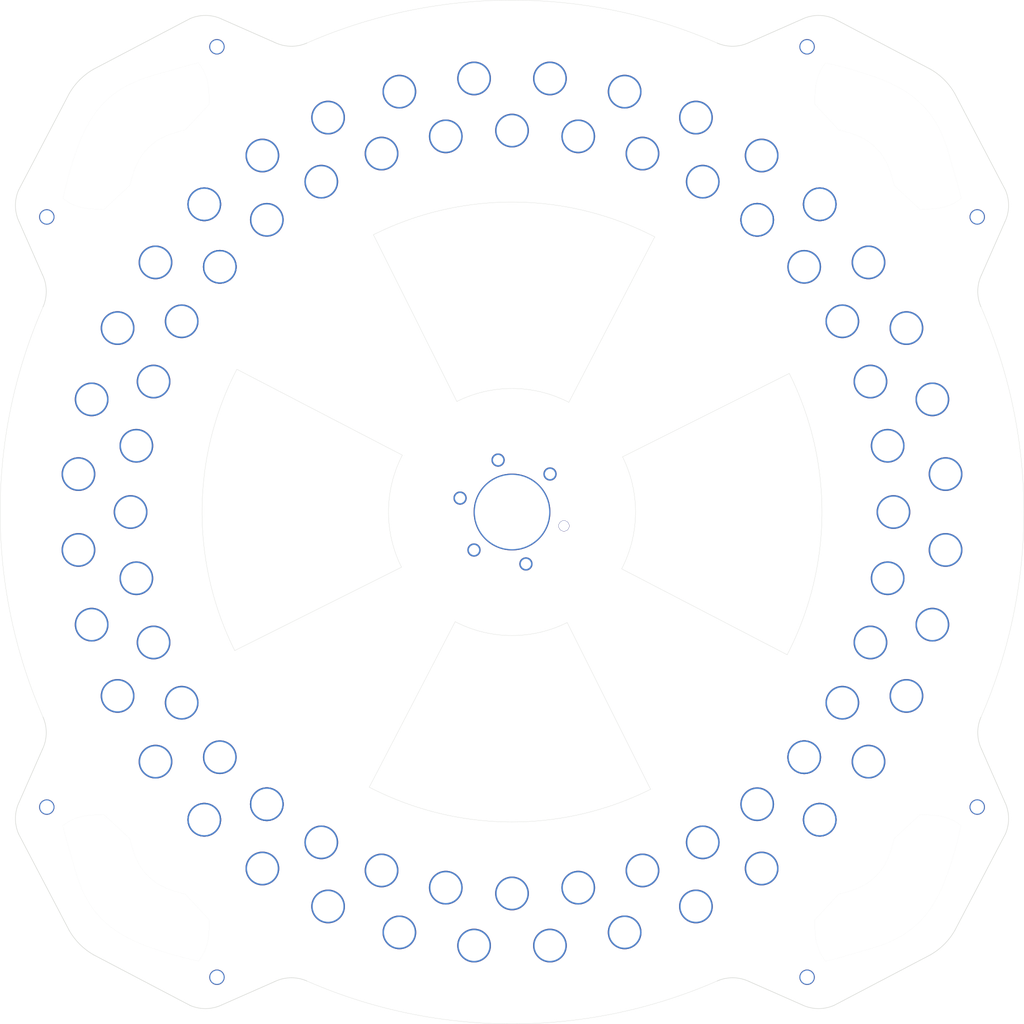
<source format=kicad_pcb>
(kicad_pcb (version 20221018) (generator pcbnew)

  (general
    (thickness 1.6)
  )

  (paper "A4")
  (layers
    (0 "F.Cu" signal)
    (31 "B.Cu" signal)
    (32 "B.Adhes" user "B.Adhesive")
    (33 "F.Adhes" user "F.Adhesive")
    (34 "B.Paste" user)
    (35 "F.Paste" user)
    (36 "B.SilkS" user "B.Silkscreen")
    (37 "F.SilkS" user "F.Silkscreen")
    (38 "B.Mask" user)
    (39 "F.Mask" user)
    (40 "Dwgs.User" user "User.Drawings")
    (41 "Cmts.User" user "User.Comments")
    (42 "Eco1.User" user "User.Eco1")
    (43 "Eco2.User" user "User.Eco2")
    (44 "Edge.Cuts" user)
    (45 "Margin" user)
    (46 "B.CrtYd" user "B.Courtyard")
    (47 "F.CrtYd" user "F.Courtyard")
    (48 "B.Fab" user)
    (49 "F.Fab" user)
    (50 "User.1" user)
    (51 "User.2" user)
    (52 "User.3" user)
    (53 "User.4" user)
    (54 "User.5" user)
    (55 "User.6" user)
    (56 "User.7" user)
    (57 "User.8" user)
    (58 "User.9" user)
  )

  (setup
    (pad_to_mask_clearance 0)
    (grid_origin 120 0)
    (pcbplotparams
      (layerselection 0x00010fc_ffffffff)
      (plot_on_all_layers_selection 0x0000000_00000000)
      (disableapertmacros false)
      (usegerberextensions false)
      (usegerberattributes true)
      (usegerberadvancedattributes true)
      (creategerberjobfile true)
      (dashed_line_dash_ratio 12.000000)
      (dashed_line_gap_ratio 3.000000)
      (svgprecision 4)
      (plotframeref false)
      (viasonmask false)
      (mode 1)
      (useauxorigin false)
      (hpglpennumber 1)
      (hpglpenspeed 20)
      (hpglpendiameter 15.000000)
      (dxfpolygonmode true)
      (dxfimperialunits true)
      (dxfusepcbnewfont true)
      (psnegative false)
      (psa4output false)
      (plotreference true)
      (plotvalue true)
      (plotinvisibletext false)
      (sketchpadsonfab false)
      (subtractmaskfromsilk false)
      (outputformat 1)
      (mirror false)
      (drillshape 0)
      (scaleselection 1)
      (outputdirectory "")
    )
  )

  (net 0 "")

  (gr_circle (center 145.46345 105.778238) (end 145.62745 106.884179)
    (stroke (width 0.05) (type default)) (fill none) (layer "Cmts.User") (tstamp 007c9ea2-338c-4daf-b5c9-4e63def93f6f))
  (gr_circle (center 170.94395 35.771137) (end 173.167082 29.663136)
    (stroke (width 0.05) (type default)) (fill none) (layer "Cmts.User") (tstamp 03845d0a-d6fa-4e8f-a7c7-022be1ef6fb3))
  (gr_circle (center 145.46345 105.778238) (end 146.232133 106.590104)
    (stroke (width 0.05) (type default)) (fill none) (layer "Cmts.User") (tstamp 0397ae18-9da3-4632-ab86-79f3c511cee9))
  (gr_circle (center 97.575773 162.848549) (end 93.397653 167.827838)
    (stroke (width 0.05) (type default)) (fill none) (layer "Cmts.User") (tstamp 048eab8d-ea2f-4b9e-855b-972dd6fa4ad7))
  (gr_circle (center 145.46345 105.778238) (end 146.569391 105.614238)
    (stroke (width 0.05) (type default)) (fill none) (layer "Cmts.User") (tstamp 08268d35-70cb-45aa-8b70-cd720395bc08))
  (gr_circle (center 222.499612 141.700791) (end 228.390612 144.447808)
    (stroke (width 0.05) (type default)) (fill none) (layer "Cmts.User") (tstamp 087f5222-8135-491b-b542-12258eae537d))
  (gr_circle (center 145.46345 105.778238) (end 145.530438 106.894263)
    (stroke (width 0.05) (type default)) (fill none) (layer "Cmts.User") (tstamp 08cf18f2-2182-4860-b224-20f5b4d508f7))
  (gr_circle (center 145.46345 105.778238) (end 144.626933 105.036456)
    (stroke (width 0.05) (type default)) (fill none) (layer "Cmts.User") (tstamp 090e5bed-8034-4b64-9cb5-edeaf73b3cfd))
  (gr_circle (center 145.46345 105.778238) (end 145.432914 106.895856)
    (stroke (width 0.05) (type default)) (fill none) (layer "Cmts.User") (tstamp 0a06808c-53a3-4f34-9803-231a90a316af))
  (gr_circle (center 145.46345 105.778238) (end 146.52411 105.424685)
    (stroke (width 0.05) (type default)) (fill none) (layer "Cmts.User") (tstamp 0ac80e0c-c386-4f3b-99e7-42117283cb8a))
  (gr_circle (center 215.470551 80.297739) (end 221.578552 78.074606)
    (stroke (width 0.05) (type default)) (fill none) (layer "Cmts.User") (tstamp 0caef607-cdb1-4ba5-a551-896512392484))
  (gr_circle (center 194.217447 36.150314) (end 197.945694 30.825826)
    (stroke (width 0.05) (type default)) (fill none) (layer "Cmts.User") (tstamp 0cd7562d-8188-40b9-8438-782ba26b0d56))
  (gr_circle (center 145.46345 105.778238) (end 145.995814 106.761391)
    (stroke (width 0.05) (type default)) (fill none) (layer "Cmts.User") (tstamp 0d347c1c-a844-402f-9083-3aade4315bd3))
  (gr_circle (center 193.351125 162.848549) (end 197.529248 167.827839)
    (stroke (width 0.05) (type default)) (fill none) (layer "Cmts.User") (tstamp 0d3c2a94-c615-41ff-9414-ead78310b605))
  (gr_circle (center 145.46345 105.778238) (end 146.489259 105.333587)
    (stroke (width 0.05) (type default)) (fill none) (layer "Cmts.User") (tstamp 0d73bd0a-36bf-4647-8240-4134118d33f9))
  (gr_circle (center 145.46345 105.778238) (end 146.361434 106.444289)
    (stroke (width 0.05) (type default)) (fill none) (layer "Cmts.User") (tstamp 0ee60e99-7ade-477a-8d4f-1c7289f6ae71))
  (gr_circle (center 123.463831 187.881934) (end 121.781508 194.160451)
    (stroke (width 0.05) (type default)) (fill none) (layer "Cmts.User") (tstamp 0fd44cae-f015-49d5-a6e6-fb51c977db14))
  (gr_circle (center 222.499612 69.855685) (end 228.390612 67.108668)
    (stroke (width 0.05) (type default)) (fill none) (layer "Cmts.User") (tstamp 10614694-6c40-4165-a858-b6820c4340b1))
  (gr_circle (center 145.46345 105.778238) (end 146.65352 107.132392)
    (stroke (width 0.05) (type default)) (fill none) (layer "Cmts.User") (tstamp 12763a58-4f7b-4182-8866-d4409eeffe02))
  (gr_circle (center 85.359374 165.882314) (end 80.76318 170.478508)
    (stroke (width 0.05) (type default)) (fill none) (layer "Cmts.User") (tstamp 128ee5f7-2067-4c6d-9cfd-3094d7eb7954))
  (gr_circle (center 170.943949 175.785339) (end 173.167082 181.89334)
    (stroke (width 0.05) (type default)) (fill none) (layer "Cmts.User") (tstamp 12c03213-92d2-4135-81d7-af8795edc92d))
  (gr_circle (center 145.46345 105.778238) (end 144.437641 106.222889)
    (stroke (width 0.05) (type default)) (fill none) (layer "Cmts.User") (tstamp 13f1d405-2718-40c5-a896-91eef3934939))
  (gr_circle (center 219.963449 105.778239) (end 226.46345 105.778238)
    (stroke (width 0.05) (type default)) (fill none) (layer "Cmts.User") (tstamp 14ae4d95-d47f-434f-9684-111a01d5c345))
  (gr_circle (center 72.095273 118.715026) (end 65.694022 119.843741)
    (stroke (width 0.05) (type default)) (fill none) (layer "Cmts.User") (tstamp 14d008a9-1f97-4b38-842f-4c7b32f92863))
  (gr_circle (center 96.709453 175.406162) (end 92.981206 180.73065)
    (stroke (width 0.05) (type default)) (fill none) (layer "Cmts.User") (tstamp 15736944-87f9-40c2-badd-3a69100b2bb8))
  (gr_circle (center 80.944557 143.028236) (end 75.315392 146.278239)
    (stroke (width 0.05) (type default)) (fill none) (layer "Cmts.User") (tstamp 166d1d67-ee51-4d55-9aad-e96040e76b56))
  (gr_circle (center 193.351127 48.707927) (end 197.529247 43.728638)
    (stroke (width 0.05) (type default)) (fill none) (layer "Cmts.User") (tstamp 174847ec-186b-4d77-84d0-0c210f09d266))
  (gr_circle (center 145.46345 105.778238) (end 144.345832 105.747702)
    (stroke (width 0.05) (type default)) (fill none) (layer "Cmts.User") (tstamp 1ad92e36-ff36-4964-b0ec-415e79aed349))
  (gr_circle (center 145.46345 105.778238) (end 146.299967 106.52002)
    (stroke (width 0.05) (type default)) (fill none) (layer "Cmts.User") (tstamp 1d5ed094-9d20-4f06-9f75-4bb22a07825f))
  (gr_circle (center 145.46345 105.778238) (end 145.817003 106.838898)
    (stroke (width 0.05) (type default)) (fill none) (layer "Cmts.User") (tstamp 1dab6fba-cce1-48bc-9626-f03f5bde985e))
  (gr_circle (center 97.575773 162.848548) (end 93.397652 167.827839)
    (stroke (width 0.05) (type default)) (fill none) (layer "Cmts.User") (tstamp 1e9a7047-185f-4df5-94c5-349b49f3b62a))
  (gr_circle (center 145.46345 105.778238) (end 144.352747 105.650412)
    (stroke (width 0.05) (type default)) (fill none) (layer "Cmts.User") (tstamp 2187fbf3-f791-400d-8acd-a69a40682db2))
  (gr_circle (center 75.835526 154.532235) (end 70.511038 158.260482)
    (stroke (width 0.05) (type default)) (fill none) (layer "Cmts.User") (tstamp 219774dd-023e-44db-b1cb-efd7429efba2))
  (gr_circle (center 145.46345 105.778238) (end 144.423677 105.367297)
    (stroke (width 0.05) (type default)) (fill none) (layer "Cmts.User") (tstamp 249f457f-9391-4afc-99cf-52d793ff70dc))
  (gr_circle (center 75.835526 57.024241) (end 70.511038 53.295994)
    (stroke (width 0.05) (type default)) (fill none) (layer "Cmts.User") (tstamp 24a67d4e-2b8e-4b15-b65c-22736f07eb94))
  (gr_circle (center 167.463069 187.881934) (end 169.145392 194.160451)
    (stroke (width 0.05) (type default)) (fill none) (layer "Cmts.User") (tstamp 250a650c-9367-47a3-9795-5b57d24911a4))
  (gr_circle (center 145.46345 105.778238) (end 145.109897 104.717577)
    (stroke (width 0.05) (type default)) (fill none) (layer "Cmts.User") (tstamp 251de6ab-35c4-4095-8c7b-907d635655fe))
  (gr_circle (center 230.14 98.37) (end 236.615264 97.803488)
    (stroke (width 0.05) (type default)) (fill none) (layer "Cmts.User") (tstamp 25fa6b6d-b839-4e84-b2a7-be77cdf007ec))
  (gr_circle (center 145.46345 105.778238) (end 146.558786 106.002382)
    (stroke (width 0.05) (type default)) (fill none) (layer "Cmts.User") (tstamp 2a8476cc-d1c3-49db-83a5-7a0c9a0d4f18))
  (gr_circle (center 88.393139 153.665913) (end 83.413849 157.844036)
    (stroke (width 0.05) (type default)) (fill none) (layer "Cmts.User") (tstamp 2ad3cc24-c357-485a-9647-738cb365c8d1))
  (gr_circle (center 145.46345 105.778238) (end 144.402789 106.131791)
    (stroke (width 0.05) (type default)) (fill none) (layer "Cmts.User") (tstamp 2d17f3ca-9f3e-4a03-acaa-49b8b90d6f9f))
  (gr_circle (center 145.46345 105.778238) (end 146.079476 106.711251)
    (stroke (width 0.05) (type default)) (fill none) (layer "Cmts.User") (tstamp 2e537a18-b0b4-49d6-aec3-885391e63a36))
  (gr_line (start 71.020955 180.220733) (end 70.818985 180.422703)
    (stroke (width 0.01) (type solid)) (layer "Cmts.User") (tstamp 2e78cf44-c173-463b-a3c9-5699275fa299))
  (gr_circle (center 193.351127 48.707928) (end 197.529248 43.728637)
    (stroke (width 0.05) (type default)) (fill none) (layer "Cmts.User") (tstamp 2f5673b2-eb35-443b-a255-bba30a4a6352))
  (gr_circle (center 145.46345 105.778238) (end 146.396463 105.162212)
    (stroke (width 0.05) (type default)) (fill none) (layer "Cmts.User") (tstamp 3126aae7-ff65-4981-af35-7aeb21152b49))
  (gr_line (start 145.46345 105.778238) (end 232.437584 192.752372)
    (stroke (width 0.1) (type default)) (layer "Cmts.User") (tstamp 3276e2b4-b887-4380-9049-37c4566f5598))
  (gr_circle (center 145.46345 105.778238) (end 144.963451 106.778238)
    (stroke (width 0.05) (type default)) (fill none) (layer "Cmts.User") (tstamp 329d8457-9939-45b5-985d-8aa82bea2e94))
  (gr_circle (center 182.71345 41.259345) (end 185.963451 35.630181)
    (stroke (width 0.05) (type default)) (fill none) (layer "Cmts.User") (tstamp 32ac1e96-6b8a-4b99-80bc-3d5265b59d7d))
  (gr_line (start 145.46345 105.778238) (end 232.437584 18.804104)
    (stroke (width 0.1) (type default)) (layer "Cmts.User") (tstamp 34d975e4-0c59-4cba-ac7a-d1ced4b605c9))
  (gr_circle (center 145.46345 105.778238) (end 145.908101 106.804047)
    (stroke (width 0.05) (type default)) (fill none) (layer "Cmts.User") (tstamp 35253cfc-9d93-4bb4-8765-29e705021307))
  (gr_circle (center 145.46345 105.778238) (end 144.885753 107.485945)
    (stroke (width 0.05) (type default)) (fill none) (layer "Cmts.User") (tstamp 36b02b0c-f972-4873-85c7-97dd0b98952b))
  (gr_line (start 70.827217 31.347589) (end 71.029193 31.145613)
    (stroke (width 0.01) (type solid)) (layer "Cmts.User") (tstamp 36c502fb-f34f-43ee-85fd-b5d26dd7b9aa))
  (gr_circle (center 145.46345 105.778238) (end 144.27338 104.424084)
    (stroke (width 0.05) (type default)) (fill none) (layer "Cmts.User") (tstamp 38c624fe-a330-4e8e-9f86-22884ba9b5c7))
  (gr_circle (center 60.7869 98.37) (end 54.311636 97.803488)
    (stroke (width 0.05) (type default)) (fill none) (layer "Cmts.User") (tstamp 39d0723c-95c2-42c0-a63e-5f8e3c6ccbba))
  (gr_circle (center 70.963451 105.778237) (end 64.46345 105.778238)
    (stroke (width 0.05) (type default)) (fill none) (layer "Cmts.User") (tstamp 3ba5c9af-90cc-4425-9a40-f20778b08c0b))
  (gr_circle (center 145.46345 105.778238) (end 146.524111 105.424685)
    (stroke (width 0.05) (type default)) (fill none) (layer "Cmts.User") (tstamp 3bfd181c-f9bf-4622-9077-7b398b613096))
  (gr_circle (center 145.463451 31.278239) (end 145.46345 24.778238)
    (stroke (width 0.05) (type default)) (fill none) (layer "Cmts.User") (tstamp 3e5e971c-caf2-4d04-9afb-8398513a95fe))
  (gr_circle (center 181.386003 28.742076) (end 184.13302 22.851076)
    (stroke (width 0.05) (type default)) (fill none) (layer "Cmts.User") (tstamp 3eacc149-ecbb-47de-899d-4da983408f1d))
  (gr_circle (center 119.982951 35.771137) (end 117.759818 29.663136)
    (stroke (width 0.05) (type default)) (fill none) (layer "Cmts.User") (tstamp 3efc16d9-a5e5-4f90-9515-36eeb8b9813b))
  (gr_circle (center 145.46345 105.778238) (end 146.550888 105.518472)
    (stroke (width 0.05) (type default)) (fill none) (layer "Cmts.User") (tstamp 3f49e0d9-4fdb-4e89-a9eb-cd7788cffda0))
  (gr_circle (center 215.470551 131.258738) (end 221.578552 133.48187)
    (stroke (width 0.05) (type default)) (fill none) (layer "Cmts.User") (tstamp 3fd4f25f-777c-4944-afc2-51a3c5d6ee4e))
  (gr_circle (center 132.526662 32.410061) (end 131.397947 26.00881)
    (stroke (width 0.05) (type default)) (fill none) (layer "Cmts.User") (tstamp 40595f4e-42df-4644-9ede-402dcb86b257))
  (gr_circle (center 145.46345 105.778238) (end 146.339222 105.083239)
    (stroke (width 0.05) (type default)) (fill none) (layer "Cmts.User") (tstamp 415f1402-72cf-4a0d-8489-f537277a2754))
  (gr_circle (center 145.46345 105.778238) (end 146.446603 105.245874)
    (stroke (width 0.05) (type default)) (fill none) (layer "Cmts.User") (tstamp 442529c4-e98a-4b9c-a176-236f5435254c))
  (gr_circle (center 145.46345 105.778238) (end 145.052509 106.818011)
    (stroke (width 0.05) (type default)) (fill none) (layer "Cmts.User") (tstamp 449e4a6a-e4db-487f-8edf-cec7330a8cab))
  (gr_circle (center 158.400238 179.146415) (end 159.528953 185.547666)
    (stroke (width 0.05) (type default)) (fill none) (layer "Cmts.User") (tstamp 489ded9f-1ccc-465e-b7fd-7d10ef9cd7aa))
  (gr_line (start 71.020955 31.335743) (end 70.818985 31.133773)
    (stroke (width 0.01) (type solid)) (layer "Cmts.User") (tstamp 4a025ae6-9589-4874-8783-5fc427b2ca5d))
  (gr_circle (center 108.21345 170.297131) (end 104.963449 175.926295)
    (stroke (width 0.05) (type default)) (fill none) (layer "Cmts.User") (tstamp 4ae21ad4-0678-4283-87ea-ec140c1f4fab))
  (gr_circle (center 109.540897 28.742076) (end 106.79388 22.851076)
    (stroke (width 0.05) (type default)) (fill none) (layer "Cmts.User") (tstamp 4c8d5daa-7427-45fc-8c73-e30198d24e60))
  (gr_line (start 71.032801 180.414471) (end 70.830825 180.212495)
    (stroke (width 0.01) (type solid)) (layer "Cmts.User") (tstamp 4ced3de5-ca54-4658-b172-e044b3adaabf))
  (gr_circle (center 145.46345 105.778238) (end 145.396462 104.662213)
    (stroke (width 0.05) (type default)) (fill none) (layer "Cmts.User") (tstamp 4d4800bc-8346-4a27-9792-17db5c08679d))
  (gr_circle (center 152.871688 21.101688) (end 153.4382 14.626424)
    (stroke (width 0.05) (type default)) (fill none) (layer "Cmts.User") (tstamp 4ee7dd66-f824-4661-9b34-68103b8b021a))
  (gr_circle (center 145.46345 105.778238) (end 144.510832 105.192985)
    (stroke (width 0.05) (type default)) (fill none) (layer "Cmts.User") (tstamp 4f596f76-2db4-41cd-a873-38b9e8cc6e7c))
  (gr_circle (center 145.46345 105.778238) (end 146.503223 106.189179)
    (stroke (width 0.05) (type default)) (fill none) (layer "Cmts.User") (tstamp 50cb7ac3-b69b-4c05-8db0-4184f0f8c10d))
  (gr_circle (center 145.46345 105.778238) (end 146.048703 104.82562)
    (stroke (width 0.05) (type default)) (fill none) (layer "Cmts.User") (tstamp 5507d06b-b7de-4d19-8d98-a1e4e9d9eabc))
  (gr_circle (center 138.055212 190.454788) (end 137.4887 196.930052)
    (stroke (width 0.05) (type default)) (fill none) (layer "Cmts.User") (tstamp 5609cee0-049d-4584-81cf-fe051ff6695b))
  (gr_circle (center 145.46345 105.778238) (end 146.416068 106.363491)
    (stroke (width 0.05) (type default)) (fill none) (layer "Cmts.User") (tstamp 5caa704d-7673-4b7d-9999-62646f01c2a8))
  (gr_circle (center 205.567526 165.882314) (end 210.16372 170.478508)
    (stroke (width 0.05) (type default)) (fill none) (layer "Cmts.User") (tstamp 5fd62993-9ccb-435d-b596-fff39ff747d7))
  (gr_circle (center 145.46345 105.778238) (end 146.581068 105.808774)
    (stroke (width 0.05) (type default)) (fill none) (layer "Cmts.User") (tstamp 60fc9199-fb47-49e5-a40a-c46d94a1fe11))
  (gr_circle (center 145.46345 105.778238) (end 145.109897 104.717578)
    (stroke (width 0.05) (type default)) (fill none) (layer "Cmts.User") (tstamp 614cac83-61ca-45fb-b335-b21ca9578ac2))
  (gr_circle (center 227.567146 83.778619) (end 233.845663 82.096296)
    (stroke (width 0.05) (type default)) (fill none) (layer "Cmts.User") (tstamp 623d5d6a-a4a4-42d9-b240-df1b40e6531e))
  (gr_line (start 219.905945 31.335743) (end 220.107915 31.133773)
    (stroke (width 0.01) (type solid)) (layer "Cmts.User") (tstamp 62db3339-3aa1-4ca4-9801-c000160b32b5))
  (gr_circle (center 145.46345 105.778238) (end 145.817003 106.838899)
    (stroke (width 0.05) (type default)) (fill none) (layer "Cmts.User") (tstamp 62dffcaa-8d52-4532-9795-c577db326b00))
  (gr_circle (center 145.46345 105.778238) (end 154.302285 96.939403)
    (stroke (width 0.05) (type default)) (fill none) (layer "Cmts.User") (tstamp 66a5b1d4-7c76-40a0-9310-97cd5c3b8c7e))
  (gr_circle (center 227.567146 127.777857) (end 233.845663 129.46018)
    (stroke (width 0.05) (type default)) (fill none) (layer "Cmts.User") (tstamp 66d9279b-1f49-4e10-9615-09f6a75f701e))
  (gr_circle (center 63.359754 127.777857) (end 57.081237 129.46018)
    (stroke (width 0.05) (type default)) (fill none) (layer "Cmts.User") (tstamp 698ad628-847f-45b0-bb98-01beedcc8b1f))
  (gr_circle (center 202.533761 153.665915) (end 207.51305 157.844035)
    (stroke (width 0.05) (type default)) (fill none) (layer "Cmts.User") (tstamp 6ab25e1b-6c96-465d-853d-a6a94cded0dd))
  (gr_circle (center 205.567526 45.674162) (end 210.16372 41.077968)
    (stroke (width 0.05) (type default)) (fill none) (layer "Cmts.User") (tstamp 6b44cf2e-fb42-43ad-94b8-9341d0f39f7d))
  (gr_circle (center 119.98295 175.785339) (end 117.759818 181.89334)
    (stroke (width 0.05) (type default)) (fill none) (layer "Cmts.User") (tstamp 6b55350d-640e-4b7f-8f68-46a967f2f350))
  (gr_circle (center 167.463069 23.674542) (end 169.145392 17.396025)
    (stroke (width 0.05) (type default)) (fill none) (layer "Cmts.User") (tstamp 6c6bc20e-7c47-4bd4-9dfb-5df491c173f9))
  (gr_circle (center 80.944557 68.528238) (end 75.315393 65.278237)
    (stroke (width 0.05) (type default)) (fill none) (layer "Cmts.User") (tstamp 710ef39b-fdeb-4c9d-b2c0-bfc8b88c9188))
  (gr_circle (center 145.46345 105.778238) (end 146.535082 106.096994)
    (stroke (width 0.05) (type default)) (fill none) (layer "Cmts.User") (tstamp 7259d0d7-0122-4dcb-bc33-20a762e40491))
  (gr_circle (center 145.46345 105.778238) (end 146.205232 104.941721)
    (stroke (width 0.05) (type default)) (fill none) (layer "Cmts.User") (tstamp 740c507b-f9ab-4912-b5cf-84555c1b38cc))
  (gr_circle (center 145.46345 105.778238) (end 144.797399 106.676222)
    (stroke (width 0.05) (type default)) (fill none) (layer "Cmts.User") (tstamp 74831dc8-d688-4f36-a12a-d60c52441015))
  (gr_circle (center 145.46345 105.778238) (end 146.129501 104.880254)
    (stroke (width 0.05) (type default)) (fill none) (layer "Cmts.User") (tstamp 75fe4c5c-b8fa-4d67-bdcf-29b6ce3a789f))
  (gr_circle (center 85.359374 45.674162) (end 80.76318 41.077968)
    (stroke (width 0.05) (type default)) (fill none) (layer "Cmts.User") (tstamp 7c119d59-aada-41a0-adc2-e35e2bfeb29c))
  (gr_circle (center 215.091374 154.532235) (end 220.415862 158.260482)
    (stroke (width 0.05) (type default)) (fill none) (layer "Cmts.User") (tstamp 7e8dbe9f-7b4c-4586-925c-742550d4b260))
  (gr_circle (center 202.53376 153.665915) (end 207.513051 157.844036)
    (stroke (width 0.05) (type default)) (fill none) (layer "Cmts.User") (tstamp 7fc5c3f6-0b60-4e80-9105-b73f104693bf))
  (gr_circle (center 145.46345 105.778238) (end 147.231217 105.424685)
    (stroke (width 0.05) (type default)) (fill none) (layer "Cmts.User") (tstamp 800834e0-dff9-4563-a351-70951aa46316))
  (gr_circle (center 97.575775 48.707927) (end 93.397652 43.728637)
    (stroke (width 0.05) (type default)) (fill none) (layer "Cmts.User") (tstamp 80a303f8-ce3f-406b-abdd-479fcd8d3ff7))
  (gr_circle (center 145.46345 105.778238) (end 144.768451 104.902466)
    (stroke (width 0.05) (type default)) (fill none) (layer "Cmts.User") (tstamp 81c16cf9-1c55-473e-a393-7787f70281b3))
  (gr_circle (center 215.091374 57.024241) (end 220.415862 53.295994)
    (stroke (width 0.05) (type default)) (fill none) (layer "Cmts.User") (tstamp 820ee926-329c-48f9-b82a-742121378458))
  (gr_circle (center 145.46345 105.778238) (end 144.931086 104.795085)
    (stroke (width 0.05) (type default)) (fill none) (layer "Cmts.User") (tstamp 821c19fd-c34c-410e-835f-a9e4db525824))
  (gr_line (start 145.46345 105.778238) (end 58.489316 192.752372)
    (stroke (width 0.1) (type default)) (layer "Cmts.User") (tstamp 828f99a2-8c82-4625-8a5b-01a295f64b50))
  (gr_circle (center 88.39314 57.890561) (end 83.413849 53.71244)
    (stroke (width 0.05) (type default)) (fill none) (layer "Cmts.User") (tstamp 8678d9ce-5ccb-48fc-acbd-4425b49f2475))
  (gr_circle (center 145.46345 105.778238) (end 145.963449 104.778238)
    (stroke (width 0.05) (type default)) (fill none) (layer "Cmts.User") (tstamp 86ccc3c3-41d8-4ef0-b3c4-ede19c926e11))
  (gr_circle (center 85.359374 165.882314) (end 80.76318 170.478508)
    (stroke (width 0.05) (type default)) (fill none) (layer "Cmts.User") (tstamp 88cc3624-3e81-42a8-b5f5-fc1f1fdba0a8))
  (gr_circle (center 145.46345 105.778238) (end 144.694767 104.966372)
    (stroke (width 0.05) (type default)) (fill none) (layer "Cmts.User") (tstamp 8997b96a-3c66-4e2d-89af-f9b0eb326926))
  (gr_line (start 219.905945 180.220733) (end 220.107915 180.422703)
    (stroke (width 0.01) (type solid)) (layer "Cmts.User") (tstamp 8b2aac59-e853-4db8-bee1-e8f855e959d6))
  (gr_circle (center 109.540897 182.8144) (end 106.79388 188.7054)
    (stroke (width 0.05) (type default)) (fill none) (layer "Cmts.User") (tstamp 8e9558fc-e4aa-49a2-a07f-03366e2160ba))
  (gr_circle (center 145.46345 105.778238) (end 145.687594 104.682902)
    (stroke (width 0.05) (type default)) (fill none) (layer "Cmts.User") (tstamp 8ef27617-fbb4-47bc-a254-8258cc9be365))
  (gr_circle (center 145.46345 105.778238) (end 145.239306 106.873574)
    (stroke (width 0.05) (type default)) (fill none) (layer "Cmts.User") (tstamp 90b5c208-97db-4d33-bdbb-d9119cf7ed45))
  (gr_circle (center 145.46345 105.778238) (end 144.368114 105.554094)
    (stroke (width 0.05) (type default)) (fill none) (layer "Cmts.User") (tstamp 936542be-8b2d-4e1b-aeb0-ec9d32ba560f))
  (gr_circle (center 205.567526 45.674162) (end 210.16372 41.077968)
    (stroke (width 0.05) (type default)) (fill none) (layer "Cmts.User") (tstamp 9b480033-4825-4f9e-b148-da77aea05897))
  (gr_circle (center 145.46345 105.778238) (end 145.493986 104.66062)
    (stroke (width 0.05) (type default)) (fill none) (layer "Cmts.User") (tstamp 9b520cc8-217b-447f-804a-287b106c5993))
  (gr_circle (center 145.46345 105.778238) (end 145.018799 104.752428)
    (stroke (width 0.05) (type default)) (fill none) (layer "Cmts.User") (tstamp 9b7c71a8-89c7-4f6e-980a-3f0f87474569))
  (gr_circle (center 145.46345 105.778238) (end 146.46345 106.278237)
    (stroke (width 0.05) (type default)) (fill none) (layer "Cmts.User") (tstamp 9d680ee8-923c-4e84-a614-1f90d89e23e0))
  (gr_circle (center 145.46345 105.778238) (end 145.018799 104.752429)
    (stroke (width 0.05) (type default)) (fill none) (layer "Cmts.User") (tstamp 9d9f4a52-a014-4871-8994-aa6fec7737af))
  (gr_circle (center 68.427288 141.700791) (end 62.536288 144.447808)
    (stroke (width 0.05) (type default)) (fill none) (layer "Cmts.User") (tstamp 9f798e9a-512f-4df5-9124-63b28f94165e))
  (gr_line (start 219.894099 31.142005) (end 220.096075 31.343981)
    (stroke (width 0.01) (type solid)) (layer "Cmts.User") (tstamp a016f5ba-86e2-41fb-bcd7-2e1892040e5f))
  (gr_circle (center 145.46345 105.778238) (end 144.587678 106.473237)
    (stroke (width 0.05) (type default)) (fill none) (layer "Cmts.User") (tstamp a27c0678-da90-4d3c-a0e2-fb22ef37794f))
  (gr_circle (center 209.982343 143.028238) (end 215.611507 146.278239)
    (stroke (width 0.05) (type default)) (fill none) (layer "Cmts.User") (tstamp a3c922d2-ceb9-461b-9e87-8174d24cb8ac))
  (gr_circle (center 145.46345 105.778238) (end 145.144694 106.84987)
    (stroke (width 0.05) (type default)) (fill none) (layer "Cmts.User") (tstamp a4e71a92-9345-45c8-92bb-1cdf5d1979e8))
  (gr_circle (center 145.46345 105.778238) (end 144.391818 105.459482)
    (stroke (width 0.05) (type default)) (fill none) (layer "Cmts.User") (tstamp a94be478-0485-4ab1-94bc-3d11f41e508e))
  (gr_circle (center 145.46345 105.778238) (end 144.46345 105.278239)
    (stroke (width 0.05) (type default)) (fill none) (layer "Cmts.User") (tstamp a9a27e50-a00e-4776-891e-9785fc8f67dc))
  (gr_circle (center 60.7869 113.186476) (end 54.311636 113.752988)
    (stroke (width 0.05) (type default)) (fill none) (layer "Cmts.User") (tstamp ab9b8bce-d210-4871-931d-238c980152e9))
  (gr_circle (center 145.46345 105.778238) (end 146.158449 106.65401)
    (stroke (width 0.05) (type default)) (fill none) (layer "Cmts.User") (tstamp acb392cc-4d53-4214-8865-2aefa69118a1))
  (gr_circle (center 145.46345 105.778238) (end 144.376012 106.038004)
    (stroke (width 0.05) (type default)) (fill none) (layer "Cmts.User") (tstamp afcd0929-f05e-45a1-87d9-a45f9ddd052a))
  (gr_circle (center 145.46345 105.778238) (end 144.480297 106.310602)
    (stroke (width 0.05) (type default)) (fill none) (layer "Cmts.User") (tstamp affe3c3c-977d-45f8-b866-96118ee9db10))
  (gr_circle (center 145.46345 105.778238) (end 146.041147 104.070531)
    (stroke (width 0.05) (type default)) (fill none) (layer "Cmts.User") (tstamp b1ffb019-8e66-4df6-b511-a1564c235632))
  (gr_circle (center 145.46345 105.778238) (end 144.357509 105.942238)
    (stroke (width 0.05) (type default)) (fill none) (layer "Cmts.User") (tstamp b2a03736-bd1a-423c-88df-d7b84929dd46))
  (gr_circle (center 145.46345 105.778238) (end 146.275316 105.009555)
    (stroke (width 0.05) (type default)) (fill none) (layer "Cmts.User") (tstamp b309d889-3272-4e7f-aa74-40578f96d706))
  (gr_circle (center 108.213452 41.259345) (end 104.963449 35.63018)
    (stroke (width 0.05) (type default)) (fill none) (layer "Cmts.User") (tstamp b40a4a51-fd9c-44ff-93ae-9b24a92e3d6d))
  (gr_circle (center 209.982343 68.52824) (end 215.611508 65.278237)
    (stroke (width 0.05) (type default)) (fill none) (layer "Cmts.User") (tstamp b4302172-8105-4529-9eac-a5857fc83164))
  (gr_circle (center 181.386003 182.8144) (end 184.13302 188.7054)
    (stroke (width 0.05) (type default)) (fill none) (layer "Cmts.User") (tstamp b677973b-9625-46e3-88d9-fdddbb383b37))
  (gr_circle (center 75.456349 131.258737) (end 69.348348 133.48187)
    (stroke (width 0.05) (type default)) (fill none) (layer "Cmts.User") (tstamp b7384709-e506-413c-aa03-ce0579359111))
  (gr_circle (center 152.871688 190.454788) (end 153.4382 196.930052)
    (stroke (width 0.05) (type default)) (fill none) (layer "Cmts.User") (tstamp b7901906-5b8f-4c3a-bbc1-df189336c24c))
  (gr_circle (center 145.46345 105.778238) (end 144.721668 106.614755)
    (stroke (width 0.05) (type default)) (fill none) (layer "Cmts.User") (tstamp b8c14f33-0133-41e2-9f4e-6a2d144497eb))
  (gr_circle (center 194.217447 175.406162) (end 197.945694 180.73065)
    (stroke (width 0.05) (type default)) (fill none) (layer "Cmts.User") (tstamp bba75314-58bd-422f-b8ce-1fdbc73f99dd))
  (gr_circle (center 68.427288 69.855685) (end 62.536288 67.108668)
    (stroke (width 0.05) (type default)) (fill none) (layer "Cmts.User") (tstamp bc8a80f5-94e4-4a80-85b9-197c0114cd6c))
  (gr_circle (center 145.46345 105.778238) (end 146.48926 105.333587)
    (stroke (width 0.05) (type default)) (fill none) (layer "Cmts.User") (tstamp bd377b36-926c-4ba4-8750-42e726db87de))
  (gr_circle (center 145.46345 105.778238) (end 144.530437 106.394264)
    (stroke (width 0.05) (type default)) (fill none) (layer "Cmts.User") (tstamp bdbdac07-1a4f-442c-ba0c-11e293dc0371))
  (gr_circle (center 158.400239 32.410061) (end 159.528953 26.00881)
    (stroke (width 0.05) (type default)) (fill none) (layer "Cmts.User") (tstamp c3ddf9a0-44e6-423e-a761-b895c0080c49))
  (gr_line (start 145.46345 105.778238) (end 58.489316 18.804104)
    (stroke (width 0.1) (type default)) (layer "Cmts.User") (tstamp c413cca4-8606-4c6a-936d-a8c2c8c7ffd0))
  (gr_circle (center 138.055212 21.101688) (end 137.4887 14.626424)
    (stroke (width 0.05) (type default)) (fill none) (layer "Cmts.User") (tstamp c50300f6-7ffb-4a87-b942-5f4c0076be0e))
  (gr_circle (center 145.46345 105.778238) (end 145.723216 106.865676)
    (stroke (width 0.05) (type default)) (fill none) (layer "Cmts.User") (tstamp c59ce9e6-ddd9-4e9e-bebd-c982f14f6a20))
  (gr_circle (center 145.46345 105.778238) (end 146.579475 105.71125)
    (stroke (width 0.05) (type default)) (fill none) (layer "Cmts.User") (tstamp c5a80d01-376d-4086-8146-e86093cc3cc8))
  (gr_circle (center 145.46345 105.778238) (end 146.574153 105.906064)
    (stroke (width 0.05) (type default)) (fill none) (layer "Cmts.User") (tstamp c69d3742-ed43-452c-8280-4874e6422193))
  (gr_circle (center 123.463831 23.674542) (end 121.781508 17.396025)
    (stroke (width 0.05) (type default)) (fill none) (layer "Cmts.User") (tstamp c6ae0b8e-acc5-4d1f-819c-9aa139e6ef0c))
  (gr_circle (center 145.46345 105.778238) (end 145.203684 104.6908)
    (stroke (width 0.05) (type default)) (fill none) (layer "Cmts.User") (tstamp c6fd9b88-1c6c-41fd-83ed-06a287d9bd84))
  (gr_circle (center 132.526661 179.146415) (end 131.397947 185.547666)
    (stroke (width 0.05) (type default)) (fill none) (layer "Cmts.User") (tstamp c841ca6e-a864-4835-bfd1-3105419f56ac))
  (gr_circle (center 75.456349 80.297738) (end 69.348348 78.074606)
    (stroke (width 0.05) (type default)) (fill none) (layer "Cmts.User") (tstamp c96428e0-ab7c-4dcb-851a-232b0d005e6d))
  (gr_circle (center 145.46345 105.778238) (end 144.878197 106.730856)
    (stroke (width 0.05) (type default)) (fill none) (layer "Cmts.User") (tstamp c9f64a98-965a-4d4c-9336-793d26bda3fc))
  (gr_circle (center 72.095273 92.841449) (end 65.694022 91.712735)
    (stroke (width 0.05) (type default)) (fill none) (layer "Cmts.User") (tstamp cd6f1121-2923-4a86-a36b-5978bcd49f6f))
  (gr_line (start 220.099683 180.208887) (end 219.897707 180.410863)
    (stroke (width 0.01) (type solid)) (layer "Cmts.User") (tstamp ce92b449-3be2-44a6-80a7-3f7b500b36ca))
  (gr_circle (center 145.46345 105.778238) (end 144.651584 106.546921)
    (stroke (width 0.05) (type default)) (fill none) (layer "Cmts.User") (tstamp d169c774-71a7-4f61-8333-1d3c2e1eaed5))
  (gr_circle (center 218.831627 118.715027) (end 225.232878 119.843741)
    (stroke (width 0.05) (type default)) (fill none) (layer "Cmts.User") (tstamp d26e82df-7d6e-483d-ab73-20de1b58055b))
  (gr_circle (center 88.393139 57.890561) (end 83.41385 53.712441)
    (stroke (width 0.05) (type default)) (fill none) (layer "Cmts.User") (tstamp d3a6fd9d-08d0-4541-ba7c-5664c1b6474f))
  (gr_circle (center 145.463449 180.278237) (end 145.46345 186.778238)
    (stroke (width 0.05) (type default)) (fill none) (layer "Cmts.User") (tstamp d47af3c5-cc0c-4c8b-b71c-2a636aa2dcf3))
  (gr_circle (center 85.359374 45.674162) (end 80.76318 41.077968)
    (stroke (width 0.05) (type default)) (fill none) (layer "Cmts.User") (tstamp d5031a62-dd90-4aae-98a0-0338557034d9))
  (gr_circle (center 218.831627 92.84145) (end 225.232878 91.712735)
    (stroke (width 0.05) (type default)) (fill none) (layer "Cmts.User") (tstamp d6b54d3b-090a-4922-91a1-40ac9d586003))
  (gr_circle (center 145.46345 105.778238) (end 145.335624 106.888941)
    (stroke (width 0.05) (type default)) (fill none) (layer "Cmts.User") (tstamp d7e0447f-2d36-47b1-922a-73ddbab60e18))
  (gr_circle (center 145.46345 105.778238) (end 144.847424 104.845225)
    (stroke (width 0.05) (type default)) (fill none) (layer "Cmts.User") (tstamp d82f38cb-95b6-4ed9-9488-db83692daf7f))
  (gr_circle (center 182.713448 170.297131) (end 185.963451 175.926296)
    (stroke (width 0.05) (type default)) (fill none) (layer "Cmts.User") (tstamp db1c63a6-e4c0-4a63-acaf-9b934ba882ed))
  (gr_circle (center 145.46345 105.778238) (end 144.40279 106.131791)
    (stroke (width 0.05) (type default)) (fill none) (layer "Cmts.User") (tstamp dbf2a3bb-9893-4082-8173-99c499509189))
  (gr_circle (center 145.46345 105.778238) (end 145.874391 104.738465)
    (stroke (width 0.05) (type default)) (fill none) (layer "Cmts.User") (tstamp ddc2e2ec-b28c-4dcc-a297-fdfe13b0c30a))
  (gr_circle (center 145.46345 105.778238) (end 145.29945 104.672297)
    (stroke (width 0.05) (type default)) (fill none) (layer "Cmts.User") (tstamp de6ee112-09ba-4001-bb6d-58fa6111fc88))
  (gr_circle (center 145.46345 105.778238) (end 143.695683 106.131791)
    (stroke (width 0.05) (type default)) (fill none) (layer "Cmts.User") (tstamp e1b08842-e976-45cf-bf31-c60b16b1cc5d))
  (gr_circle (center 63.359754 83.778619) (end 57.081237 82.096296)
    (stroke (width 0.05) (type default)) (fill none) (layer "Cmts.User") (tstamp e9b98f93-b240-47bc-bd7d-518c1092138e))
  (gr_circle (center 96.709453 36.150314) (end 92.981206 30.825826)
    (stroke (width 0.05) (type default)) (fill none) (layer "Cmts.User") (tstamp ee0e4059-3ee9-440c-922c-bc481bf90979))
  (gr_circle (center 202.533761 57.890563) (end 207.513051 53.71244)
    (stroke (width 0.05) (type default)) (fill none) (layer "Cmts.User") (tstamp efcb5637-4006-4509-aa46-cc8d3db63343))
  (gr_circle (center 230.14 113.186476) (end 236.615264 113.752988)
    (stroke (width 0.05) (type default)) (fill none) (layer "Cmts.User") (tstamp f6b84c1b-8df1-49a9-ac55-603c478313ff))
  (gr_circle (center 205.567526 165.882314) (end 210.16372 170.478508)
    (stroke (width 0.05) (type default)) (fill none) (layer "Cmts.User") (tstamp f8d438ea-2499-4dbb-8c92-b3a6f320ae08))
  (gr_circle (center 145.46345 105.778238) (end 144.43764 106.222889)
    (stroke (width 0.05) (type default)) (fill none) (layer "Cmts.User") (tstamp f9afeaae-ccdb-4a05-be37-37b50a71c82b))
  (gr_circle (center 145.46345 105.778238) (end 145.782206 104.706606)
    (stroke (width 0.05) (type default)) (fill none) (layer "Cmts.User") (tstamp fca33f91-c750-4ac2-930c-e6423b17d2cf))
  (gr_circle (center 145.46345 105.778238) (end 145.908101 106.804048)
    (stroke (width 0.05) (type default)) (fill none) (layer "Cmts.User") (tstamp fcb115dc-36df-425a-aa93-1721f5803598))
  (gr_circle (center 145.46345 105.778238) (end 145.591276 104.667535)
    (stroke (width 0.05) (type default)) (fill none) (layer "Cmts.User") (tstamp fdc386f0-b891-4888-bf0a-07b9a5df8062))
  (gr_circle (center 145.46345 105.778238) (end 144.565466 105.112187)
    (stroke (width 0.05) (type default)) (fill none) (layer "Cmts.User") (tstamp feaf8f93-5aa2-4e15-8439-4270841cede2))
  (gr_circle (center 145.46345 105.778238) (end 144.347425 105.845226)
    (stroke (width 0.05) (type default)) (fill none) (layer "Cmts.User") (tstamp ff9ec1d5-409e-41ac-9834-f78e10cd03bc))
  (gr_line (start 220.108132 41.97917) (end 219.850802 40.986068)
    (stroke (width 0.01) (type solid)) (layer "Edge.Cuts") (tstamp 00c5a604-5681-46e2-8874-994bf132af7b))
  (gr_line (start 204.667195 187.901656) (end 204.637178 187.409497)
    (stroke (width 0.01) (type solid)) (layer "Edge.Cuts") (tstamp 02238bdd-2059-4a69-9081-2753a0dee26f))
  (gr_line (start 70.826937 41.973764) (end 65.77847 46.675604)
    (stroke (width 0.01) (type solid)) (layer "Edge.Cuts") (tstamp 0343f9d2-745a-4887-a192-4f45ae8042ed))
  (gr_line (start 85.83888 21.14855) (end 85.972839 21.655844)
    (stroke (width 0.01) (type solid)) (layer "Edge.Cuts") (tstamp 03a8dc3b-dc5d-4f6f-af3c-091b4adcb524))
  (gr_line (start 231.430103 173.662454) (end 231.052853 174.842547)
    (stroke (width 0.01) (type solid)) (layer "Edge.Cuts") (tstamp 046aa073-473d-4f5f-95c4-4823be4f809f))
  (gr_line (start 86.154838 188.885461) (end 86.075978 189.386019)
    (stroke (width 0.01) (type solid)) (layer "Edge.Cuts") (tstamp 04979af6-7f28-4725-bfd6-b73ff984e126))
  (gr_line (start 227.086244 164.956949) (end 227.578148 164.986536)
    (stroke (width 0.01) (type solid)) (layer "Edge.Cuts") (tstamp 0507f9c8-5ecf-4906-9f59-bc74c3235336))
  (gr_line (start 228.143806 181.723634) (end 227.548073 182.700875)
    (stroke (width 0.01) (type solid)) (layer "Edge.Cuts") (tstamp 058b4009-d024-4bd9-8638-addeeab16d3e))
  (gr_line (start 210.840975 19.080441) (end 212.1189 19.441564)
    (stroke (width 0.01) (type solid)) (layer "Edge.Cuts") (tstamp 05d58751-92b9-4a4a-b269-276e770e5650))
  (gr_line (start 58.765653 40.400713) (end 59.126776 39.122788)
    (stroke (width 0.01) (type solid)) (layer "Edge.Cuts") (tstamp 06083546-3a06-4026-b2f0-813f5bea6892))
  (gr_line (start 209.513402 18.729884) (end 210.840975 19.080441)
    (stroke (width 0.01) (type solid)) (layer "Edge.Cuts") (tstamp 06e36221-aee8-4a85-bfcd-475c25533eaa))
  (gr_line (start 191.789391 197.481688) (end 202.102717 202.0296)
    (stroke (width 0.1) (type default)) (layer "Edge.Cuts") (tstamp 06fc6942-d89a-446d-9acb-5a75cc9451fb))
  (gr_line (start 228.580302 46.472636) (end 228.082067 46.531904)
    (stroke (width 0.01) (type solid)) (layer "Edge.Cuts") (tstamp 076fa1fd-4d32-49d2-80e0-4e88922c5666))
  (gr_line (start 72.7426 174.801375) (end 73.016333 175.234166)
    (stroke (width 0.01) (type solid)) (layer "Edge.Cuts") (tstamp 083db996-f997-4ec1-a968-dda9a893cad6))
  (gr_line (start 205.251105 20.651989) (end 205.346997 20.396504)
    (stroke (width 0.01) (type solid)) (layer "Edge.Cuts") (tstamp 0847ec0a-c004-4d2c-940b-9974b26e6e8d))
  (gr_line (start 77.327276 178.9725) (end 77.785849 179.183718)
    (stroke (width 0.01) (type solid)) (layer "Edge.Cuts") (tstamp 08dfcf3e-ab4c-40ad-b87b-0b4e800bca14))
  (gr_line (start 212.669726 179.385887) (end 213.135468 179.191686)
    (stroke (width 0.01) (type solid)) (layer "Edge.Cuts") (tstamp 097e3100-dc98-431a-8950-5c383f4c1d87))
  (gr_line (start 218.1843 36.755101) (end 217.910567 36.32231)
    (stroke (width 0.01) (type solid)) (layer "Edge.Cuts") (tstamp 0a2620a8-96bf-4f17-a35f-56c888c6c5c2))
  (gr_line (start 220.359459 22.526525) (end 221.408846 23.097882)
    (stroke (width 0.01) (type solid)) (layer "Edge.Cuts") (tstamp 0a585762-2969-448b-9446-7b458bd4c94d))
  (gr_arc (start 167.047802 95.000001) (mid 169.588577 105.959543) (end 166.883373 116.87966)
    (stroke (width 0.05) (type default)) (layer "Edge.Cuts") (tstamp 0a8285ce-7841-4ed2-ae98-b582a25400c7))
  (gr_line (start 84.944826 192.447475) (end 84.783129 192.706964)
    (stroke (width 0.01) (type solid)) (layer "Edge.Cuts") (tstamp 0b49fa92-192f-419e-bcb8-d440d2d18cdd))
  (gr_line (start 226.927953 27.782005) (end 227.49691 28.549413)
    (stroke (width 0.01) (type solid)) (layer "Edge.Cuts") (tstamp 0cbd45c9-d233-49cb-bbe9-d824a8228e77))
  (gr_line (start 206.50591 18.32858) (end 206.707371 18.067144)
    (stroke (width 0.01) (type solid)) (layer "Edge.Cuts") (tstamp 0cda39cf-ba16-483e-a983-87b99dab189e))
  (gr_line (start 73.052793 21.268843) (end 73.820287 20.997802)
    (stroke (width 0.01) (type solid)) (layer "Edge.Cuts") (tstamp 0e07fc37-fb0d-4bbe-b61e-2b765b3b82fe))
  (gr_line (start 231.052853 174.842547) (end 230.670041 175.974456)
    (stroke (width 0.01) (type solid)) (layer "Edge.Cuts") (tstamp 0e2c21c9-7520-4b20-a65b-c55b25a3cbf6))
  (gr_line (start 232.913108 166.820698) (end 233.174544 167.022159)
    (stroke (width 0.01) (type solid)) (layer "Edge.Cuts") (tstamp 0f206864-ba3f-40f2-a608-68f1a03074c5))
  (gr_line (start 206.526844 193.251591) (end 206.336676 192.989349)
    (stroke (width 0.01) (type solid)) (layer "Edge.Cuts") (tstamp 100b1b16-dd79-4363-93d6-d7065928b9ec))
  (gr_line (start 204.671748 23.66354) (end 204.713693 23.16872)
    (stroke (width 0.01) (type solid)) (layer "Edge.Cuts") (tstamp 1108881e-f20d-4e8f-8d10-324806d37c31))
  (gr_line (start 214.044562 178.750147) (end 214.486587 178.499088)
    (stroke (width 0.01) (type solid)) (layer "Edge.Cuts") (tstamp 114c9042-064b-45ed-81e8-aaa95d52782e))
  (gr_line (start 72.29603 21.561313) (end 73.052793 21.268843)
    (stroke (width 0.01) (type solid)) (layer "Edge.Cuts") (tstamp 13a33c07-beab-4283-9c5c-e327e8e1bce3))
  (gr_line (start 84.42099 193.227896) (end 84.219529 193.489332)
    (stroke (width 0.01) (type solid)) (layer "Edge.Cuts") (tstamp 13a48735-34a0-49f5-9bfe-051c3bdd0671))
  (gr_line (start 71.684908 39.0388) (end 71.519347 39.517065)
    (stroke (width 0.01) (type solid)) (layer "Edge.Cuts") (tstamp 15931c2f-75d1-4c4a-894a-c8affe3294f9))
  (gr_line (start 73.639256 176.069393) (end 73.992168 176.470501)
    (stroke (width 0.01) (type solid)) (layer "Edge.Cuts") (tstamp 1669c449-3aaf-47e7-a670-f656ed1ec10b))
  (gr_line (start 230.603439 45.986597) (end 230.093138 46.153668)
    (stroke (width 0.01) (type solid)) (layer "Edge.Cuts") (tstamp 1672c9b2-92da-4849-bfef-f394e5ceec34))
  (gr_line (start 58.774593 166.310856) (end 59.29387 166.019794)
    (stroke (width 0.01) (type solid)) (layer "Edge.Cuts") (tstamp 16b2977e-8ff4-40a6-a282-507815f3eaa0))
  (gr_line (start 76.434456 178.491397) (end 76.876591 178.742345)
    (stroke (width 0.01) (type solid)) (layer "Edge.Cuts") (tstamp 176071f6-f9f0-4808-8c14-5726095d9069))
  (gr_line (start 82.571266 9.418097) (end 63.743107 19.292021)
    (stroke (width 0.1) (type default)) (layer "Edge.Cuts") (tstamp 17a86fa5-643e-498f-9cf4-25b4bd8246a9))
  (gr_line (start 205.694887 19.626002) (end 205.832616 19.367831)
    (stroke (width 0.01) (type solid)) (layer "Edge.Cuts") (tstamp 17aca25e-8148-4786-93b0-48b051c8a2c6))
  (gr_line (start 222.386087 23.693615) (end 223.29464 24.313763)
    (stroke (width 0.01) (type solid)) (layer "Edge.Cuts") (tstamp 17b9a472-eec9-4f6f-a81f-cdb36aa19d7f))
  (gr_line (start 231.63303 45.536682) (end 231.116738 45.782305)
    (stroke (width 0.01) (type solid)) (layer "Edge.Cuts") (tstamp 17f67b7a-2da9-4806-8842-d5c2c86f3f75))
  (gr_line (start 218.63087 189.995163) (end 217.874107 190.287633)
    (stroke (width 0.01) (type solid)) (layer "Edge.Cuts") (tstamp 18b861fd-9489-4982-aba9-ad97925520a5))
  (gr_line (start 63.832191 164.951966) (end 65.770275 164.875439)
    (stroke (width 0.01) (type solid)) (layer "Edge.Cuts") (tstamp 196469ca-ba0f-48c9-a640-09a492c889dd))
  (gr_line (start 227.094709 46.60451) (end 225.156625 46.681037)
    (stroke (width 0.01) (type solid)) (layer "Edge.Cuts") (tstamp 19def49a-6449-485f-b475-1340accb0d33))
  (gr_line (start 229.362209 31.866143) (end 229.680375 32.610818)
    (stroke (width 0.01) (type solid)) (layer "Edge.Cuts") (tstamp 1ac29bf7-5a75-4026-9fa2-7c4293773abf))
  (gr_line (start 217.604901 175.663206) (end 217.903011 175.240156)
    (stroke (width 0.01) (type solid)) (layer "Edge.Cuts") (tstamp 1e0cc919-749b-49a0-93c2-b88cd8391f93))
  (gr_line (start 86.284739 187.401032) (end 86.255152 187.892936)
    (stroke (width 0.01) (type solid)) (layer "Edge.Cuts") (tstamp 1e18493a-72b8-4752-9798-bc59368dfdbd))
  (gr_line (start 71.676835 172.512194) (end 71.855801 172.984514)
    (stroke (width 0.01) (type solid)) (layer "Edge.Cuts") (tstamp 1e364ffe-ec39-4fc2-9874-b0c9bed40ba6))
  (gr_line (start 228.715163 180.674247) (end 228.143806 181.723634)
    (stroke (width 0.01) (type solid)) (layer "Edge.Cuts") (tstamp 1e7befdc-7acd-4825-9f71-e5211aa1ac38))
  (gr_line (start 219.561609 171.555904) (end 219.842645 170.575818)
    (stroke (width 0.01) (type solid)) (layer "Edge.Cuts") (tstamp 1e8fb695-61fc-4806-9099-ef7b8209ce64))
  (gr_line (start 221.900195 188.336147) (end 221.083404 188.819545)
    (stroke (width 0.01) (type solid)) (layer "Edge.Cuts") (tstamp 1ec1fb87-0aaf-4033-a738-0eb770689c4c))
  (gr_line (start 72.491541 174.35935) (end 72.7426 174.801375)
    (stroke (width 0.01) (type solid)) (layer "Edge.Cuts") (tstamp 1ed9b232-c26c-4b11-a1b6-9c2c32a6944c))
  (gr_line (start 210.26103 31.399043) (end 209.267924 31.141725)
    (stroke (width 0.01) (type solid)) (layer "Edge.Cuts") (tstamp 1ef5dcdd-7715-4894-a356-5064cdb5f751))
  (gr_line (start 218.657712 173.914412) (end 218.86893 173.455839)
    (stroke (width 0.01) (type solid)) (layer "Edge.Cuts") (tstamp 1efa29e6-bc76-44f8-ae69-0989c82fa2c9))
  (gr_line (start 80.67128 31.390886) (end 79.691213 31.671948)
    (stroke (width 0.01) (type solid)) (layer "Edge.Cuts") (tstamp 1f1eee11-2f47-4b5b-b7b7-5e124fb6e2e7))
  (gr_arc (start 134.685213 84.193886) (mid 145.644755 81.653111) (end 156.564872 84.358315)
    (stroke (width 0.05) (type default)) (layer "Edge.Cuts") (tstamp 1f208e1e-c1e8-446d-8a66-5d09b85f3332))
  (gr_line (start 86.213207 188.387756) (end 86.154838 188.885461)
    (stroke (width 0.01) (type solid)) (layer "Edge.Cuts") (tstamp 20244c37-f8e2-4302-8159-aba68b7e45d5))
  (gr_line (start 123.879098 116.556475) (end 91.308606 132.844563)
    (stroke (width 0.05) (type default)) (layer "Edge.Cuts") (tstamp 205990d6-6d8b-4130-b26b-a3a5818a5586))
  (gr_line (start 204.642161 24.155444) (end 204.671748 23.66354)
    (stroke (width 0.01) (type solid)) (layer "Edge.Cuts") (tstamp 20621fe0-1704-4e06-ada2-6e6ecb912f89))
  (gr_line (start 214.925368 33.338677) (end 214.492444 33.065079)
    (stroke (width 0.01) (type solid)) (layer "Edge.Cuts") (tstamp 20fbba17-9170-4649-9a07-1a323018700d))
  (gr_line (start 232.132687 166.296862) (end 232.392176 166.458559)
    (stroke (width 0.01) (type solid)) (layer "Edge.Cuts") (tstamp 216a1606-d017-492a-a7a6-2114e5b6975c))
  (gr_line (start 60.429133 176.644537) (end 60.188148 175.859658)
    (stroke (width 0.01) (type solid)) (layer "Edge.Cuts") (tstamp 225f3cbe-b936-4f5f-aa35-cb008f818ce4))
  (gr_line (start 62.356227 46.469626) (end 61.855669 46.390766)
    (stroke (width 0.01) (type solid)) (layer "Edge.Cuts") (tstamp 22c02ef0-32fa-4526-bf55-83d236ad14cb))
  (gr_line (start 228.021359 29.341493) (end 228.504757 30.158284)
    (stroke (width 0.01) (type solid)) (layer "Edge.Cuts") (tstamp 22d96687-82d2-4593-bb0e-e6d52dc9efe8))
  (gr_line (start 230.845184 165.661785) (end 231.101346 165.767374)
    (stroke (width 0.01) (type solid)) (layer "Edge.Cuts") (tstamp 236e2ccf-c616-447a-a5be-62aba8ace611))
  (gr_line (start 218.427557 174.365097) (end 218.657712 173.914412)
    (stroke (width 0.01) (type solid)) (layer "Edge.Cuts") (tstamp 23bd3062-4870-4c11-a595-31b3aca80f6b))
  (gr_line (start 206.73094 193.514575) (end 206.526844 193.251591)
    (stroke (width 0.01) (type solid)) (layer "Edge.Cuts") (tstamp 24177c05-3d71-46af-bf6b-bc5699aac05a))
  (gr_line (start 225.156625 46.681037) (end 225.156619 46.681031)
    (stroke (width 0.01) (type solid)) (layer "Edge.Cuts") (tstamp 25a9c84d-4b1f-4c83-841b-011490c5b5e7))
  (gr_line (start 212.675252 32.178617) (end 212.202888 31.999696)
    (stroke (width 0.01) (type solid)) (layer "Edge.Cuts") (tstamp 25f487c9-2621-47a4-971b-f188ec0f7182))
  (gr_line (start 86.077791 22.160125) (end 86.157848 22.661386)
    (stroke (width 0.01) (type solid)) (layer "Edge.Cuts") (tstamp 26085742-729b-46ea-bad5-2f4dddd3372e))
  (gr_line (start 58.534724 45.097917) (end 58.274582 44.923475)
    (stroke (width 0.01) (type solid)) (layer "Edge.Cuts") (tstamp 271f2753-5a00-46de-90ef-134c81aa55ab))
  (gr_line (start 63.42999 183.007063) (end 62.905541 182.214983)
    (stroke (width 0.01) (type solid)) (layer "Edge.Cuts") (tstamp 278f8efe-c030-4c78-b92d-d478070790a7))
  (gr_line (start 69.026705 23.220329) (end 69.843496 22.736931)
    (stroke (width 0.01) (type solid)) (layer "Edge.Cuts") (tstamp 288fe2b3-96a3-442d-a70a-a0c9df23c8da))
  (gr_line (start 85.840522 190.395563) (end 85.762499 190.649683)
    (stroke (width 0.01) (type solid)) (layer "Edge.Cuts") (tstamp 29ebd070-5518-4f65-adca-44ba23d5ee7b))
  (gr_line (start 58.415096 41.728286) (end 58.765653 40.400713)
    (stroke (width 0.01) (type solid)) (layer "Edge.Cuts") (tstamp 2ac1361b-b10b-4d17-805e-9a6beb64c849))
  (gr_line (start 71.855801 172.984514) (end 72.050002 173.450256)
    (stroke (width 0.01) (type solid)) (layer "Edge.Cuts") (tstamp 2ae230c5-7a02-42ed-b754-5f57ce35dc17))
  (gr_line (start 228.504757 30.158284) (end 228.950555 30.999822)
    (stroke (width 0.01) (type solid)) (layer "Edge.Cuts") (tstamp 2b0226a8-c19a-4872-9103-691589a09b2e))
  (gr_arc (start 227.18378 19.292008) (mid 228.603052 20.234559) (end 229.885629 21.356046)
    (stroke (width 0.1) (type default)) (layer "Edge.Cuts") (tstamp 2bbd9d41-1139-45e5-8d6c-b443fe022d50))
  (gr_line (start 65.770275 164.875439) (end 65.770281 164.875445)
    (stroke (width 0.01) (type solid)) (layer "Edge.Cuts") (tstamp 2ccb83e7-d636-4ef2-b985-ebd84fb91f99))
  (gr_arc (start 241.823591 42.886054) (mid 242.448987 46.024338) (end 241.714812 49.138971)
    (stroke (width 0.1) (type default)) (layer "Edge.Cuts") (tstamp 2d3a9c86-fd61-469e-ab75-993212feb6d9))
  (gr_line (start 191.789378 14.074776) (end 202.102704 9.526864)
    (stroke (width 0.1) (type default)) (layer "Edge.Cuts") (tstamp 2dd0e673-d5a7-4e14-a739-9f7980aee47c))
  (gr_line (start 72.896471 190.099679) (end 71.692429 189.576966)
    (stroke (width 0.01) (type solid)) (layer "Edge.Cuts") (tstamp 2f05f971-7ba3-4096-a714-5353d525290a))
  (gr_line (start 69.843496 22.736931) (end 70.685034 22.291133)
    (stroke (width 0.01) (type solid)) (layer "Edge.Cuts") (tstamp 2fc4d366-84d6-4a41-bbef-0c3c84270f52))
  (gr_line (start 219.407553 172.039411) (end 219.561609 171.555904)
    (stroke (width 0.01) (type solid)) (layer "Edge.Cuts") (tstamp 2fe41755-07da-412d-b04a-88675bd1c32e))
  (gr_line (start 205.086378 21.160913) (end 205.164401 20.906793)
    (stroke (width 0.01) (type solid)) (layer "Edge.Cuts") (tstamp 30bd693d-fb6b-40fb-ab21-33cca77aa7ab))
  (gr_line (start 73.99918 35.079438) (end 73.646476 35.480755)
    (stroke (width 0.01) (type solid)) (layer "Edge.Cuts") (tstamp 31225c29-5088-41ba-92be-c19cbff8ddd8))
  (gr_line (start 232.652318 166.633001) (end 232.913108 166.820698)
    (stroke (width 0.01) (type solid)) (layer "Edge.Cuts") (tstamp 31c4b7c6-82d5-4b9e-9aaf-635eafa899db))
  (gr_arc (start 58.97722 24.057908) (mid 59.919771 22.638636) (end 61.041258 21.356059)
    (stroke (width 0.1) (type default)) (layer "Edge.Cuts") (tstamp 331b9a17-2766-47cd-89b6-463c3d7f97b3))
  (gr_line (start 205.452586 20.140342) (end 205.56838 19.883506)
    (stroke (width 0.01) (type solid)) (layer "Edge.Cuts") (tstamp 33a6b101-3c8b-46a0-a2b3-6e2138c3f6ed))
  (gr_line (start 219.56974 40.006001) (end 219.415659 39.522516)
    (stroke (width 0.01) (type solid)) (layer "Edge.Cuts") (tstamp 355ba9c9-415f-4929-ad59-2b3ddc79f445))
  (gr_line (start 227.49691 28.549413) (end 228.021359 29.341493)
    (stroke (width 0.01) (type solid)) (layer "Edge.Cuts") (tstamp 356e1a13-7d03-4366-816e-decdba5ab990))
  (gr_arc (start 229.885629 21.356046) (mid 231.007116 22.638623) (end 231.949667 24.057895)
    (stroke (width 0.1) (type default)) (layer "Edge.Cuts") (tstamp 3602b710-77a3-4bdd-a043-7552a7e0a735))
  (gr_line (start 206.336676 192.989349) (end 205.996068 192.467095)
    (stroke (width 0.01) (type solid)) (layer "Edge.Cuts") (tstamp 3605f469-6500-4801-958e-c09a1768ca86))
  (gr_arc (start 91.308606 132.844563) (mid 84.928206 105.322952) (end 91.721516 77.900343)
    (stroke (width 0.05) (type default)) (layer "Edge.Cuts") (tstamp 36b4c0d7-8ed8-4d9e-b7ad-5f5518b2137a))
  (gr_line (start 57.752356 44.534317) (end 58.076774 43.105991)
    (stroke (width 0.01) (type solid)) (layer "Edge.Cuts") (tstamp 36ef2232-ccc3-47e2-abc8-fc8681106d6e))
  (gr_line (start 216.551708 34.696755) (end 216.16225 34.313968)
    (stroke (width 0.01) (type solid)) (layer "Edge.Cuts") (tstamp 394078f6-763f-4d11-a29b-3d8c3f91261a))
  (gr_line (start 63.998975 27.947048) (end 64.643573 27.103733)
    (stroke (width 0.01) (type solid)) (layer "Edge.Cuts") (tstamp 3a4b37d3-9992-4673-b7dd-db51ad8c7b34))
  (gr_line (start 73.321999 35.89327) (end 73.023889 36.31632)
    (stroke (width 0.01) (type solid)) (layer "Edge.Cuts") (tstamp 3a9bbdda-c68e-4fee-a9ef-524bb916a22f))
  (gr_line (start 57.91877 167.842884) (end 57.727113 167.045728)
    (stroke (width 0.01) (type solid)) (layer "Edge.Cuts") (tstamp 3b248105-64c3-4978-a759-52c0c86a2736))
  (gr_line (start 124.043527 94.676816) (end 91.721516 77.900343)
    (stroke (width 0.05) (type default)) (layer "Edge.Cuts") (tstamp 3bc194fb-29a3-489b-a0c1-e967127493aa))
  (gr_line (start 74.381967 34.68998) (end 73.99918 35.079438)
    (stroke (width 0.01) (type solid)) (layer "Edge.Cuts") (tstamp 3c21045c-b013-4a1d-a37c-2bb0dd932e1b))
  (gr_line (start 241.823591 42.886054) (end 231.949667 24.057895)
    (stroke (width 0.1) (type default)) (layer "Edge.Cuts") (tstamp 3c7f42e4-a486-436a-be0e-824840eaca59))
  (gr_line (start 211.724623 31.834135) (end 211.241116 31.680079)
    (stroke (width 0.01) (type solid)) (layer "Edge.Cuts") (tstamp 3c9fc47b-0dd6-44bf-aade-6260bc10d0c6))
  (gr_line (start 86.289722 24.146979) (end 86.366249 26.085063)
    (stroke (width 0.01) (type solid)) (layer "Edge.Cuts") (tstamp 3cf24e23-dc41-4723-aea4-33d635c12745))
  (gr_line (start 60.323461 165.569879) (end 60.833762 165.402808)
    (stroke (width 0.01) (type solid)) (layer "Edge.Cuts") (tstamp 3d37a52f-166e-4dab-9ca5-b4e0a5aa7e37))
  (gr_line (start 217.287644 35.487083) (end 216.934732 35.085975)
    (stroke (width 0.01) (type solid)) (layer "Edge.Cuts") (tstamp 3e1208dc-4439-4206-8a60-cbc06082f98d))
  (gr_line (start 82.791203 193.164914) (end 81.413498 192.826592)
    (stroke (width 0.01) (type solid)) (layer "Edge.Cuts") (tstamp 3fe85f59-b167-43ed-8967-48a2462369bd))
  (gr_line (start 74.76465 177.242508) (end 75.165967 177.595212)
    (stroke (width 0.01) (type solid)) (layer "Edge.Cuts") (tstamp 4060c076-4125-41fd-abb0-793a78de488b))
  (gr_arc (start 105.390427 14.183568) (mid 102.25214 14.808975) (end 99.137509 14.074788)
    (stroke (width 0.1) (type default)) (layer "Edge.Cuts") (tstamp 40ed9f56-8c14-464a-9a9e-c556a7c34c4d))
  (gr_line (start 63.348752 46.56994) (end 62.853932 46.527995)
    (stroke (width 0.01) (type solid)) (layer "Edge.Cuts") (tstamp 41027d6f-f7f1-4d89-99b7-aaab1e2156c5))
  (gr_line (start 71.863829 38.566436) (end 71.684908 39.0388)
    (stroke (width 0.01) (type solid)) (layer "Edge.Cuts") (tstamp 4145ece6-605f-4f58-b5ed-20fd4721592a))
  (gr_line (start 229.081563 46.392579) (end 228.580302 46.472636)
    (stroke (width 0.01) (type solid)) (layer "Edge.Cuts") (tstamp 415a9cfb-ff37-4a93-9db0-54f1ac215e3e))
  (gr_line (start 70.567441 189.029951) (end 69.518054 188.458594)
    (stroke (width 0.01) (type solid)) (layer "Edge.Cuts") (tstamp 421cf3c7-94f6-460e-b808-84ac2efb2ad0))
  (gr_line (start 208.328259 193.117111) (end 207.528096 193.322918)
    (stroke (width 0.01) (type solid)) (layer "Edge.Cuts") (tstamp 422a43da-3d5e-441c-935d-b30b433914f7))
  (gr_line (start 62.853932 46.527995) (end 62.356227 46.469626)
    (stroke (width 0.01) (type solid)) (layer "Edge.Cuts") (tstamp 440331e0-2f75-4de6-b0e6-59e89566bb26))
  (gr_line (start 82.571278 202.138392) (end 63.74312 192.264468)
    (stroke (width 0.1) (type default)) (layer "Edge.Cuts") (tstamp 44ec6645-e52f-4a24-bebb-3746f0776768))
  (gr_line (start 213.593968 178.980393) (end 214.044562 178.750147)
    (stroke (width 0.01) (type solid)) (layer "Edge.Cuts") (tstamp 4587b145-f58e-459d-9747-464a414ef22d))
  (gr_line (start 78.251648 179.377859) (end 78.724012 179.55678)
    (stroke (width 0.01) (type solid)) (layer "Edge.Cuts") (tstamp 467b919a-12aa-45e4-84fa-6cd20c9600f7))
  (gr_line (start 72.261295 173.908756) (end 72.491541 174.35935)
    (stroke (width 0.01) (type solid)) (layer "Edge.Cuts") (tstamp 47352375-3163-49b1-92f0-a6c495c0ca74))
  (gr_line (start 68.234625 23.744778) (end 69.026705 23.220329)
    (stroke (width 0.01) (type solid)) (layer "Edge.Cuts") (tstamp 48a68814-9550-4e18-964e-9295392de8b9))
  (gr_line (start 231.358182 165.883168) (end 231.615686 166.009675)
    (stroke (width 0.01) (type solid)) (layer "Edge.Cuts") (tstamp 49c5873d-80f8-483f-a7f2-bb75ccd8b6f0))
  (gr_line (start 219.415659 39.522516) (end 219.250065 39.044282)
    (stroke (width 0.01) (type solid)) (layer "Edge.Cuts") (tstamp 4a1b9d60-a76a-4bc6-9d34-72ae34fd0d55))
  (gr_line (start 84.930832 19.089381) (end 85.221894 19.608658)
    (stroke (width 0.01) (type solid)) (layer "Edge.Cuts") (tstamp 4a92ca36-e0df-4430-84a2-d24db9ed14f4))
  (gr_arc (start 202.102704 9.526864) (mid 205.217337 8.792689) (end 208.355622 9.418084)
    (stroke (width 0.1) (type default)) (layer "Edge.Cuts") (tstamp 4b045b30-77c9-47ce-a618-93f11291c722))
  (gr_arc (start 237.058119 65.705215) (mid 245.4406 105.778226) (end 237.058128 145.851239)
    (stroke (width 0.05) (type default)) (layer "Edge.Cuts") (tstamp 4b999ed0-045d-4e83-abed-7ef0f464f547))
  (gr_line (start 216.743877 20.95835) (end 218.030429 21.456797)
    (stroke (width 0.01) (type solid)) (layer "Edge.Cuts") (tstamp 4b9fd017-2010-42e9-b716-54384c7b36ea))
  (gr_line (start 167.047802 95.000001) (end 199.618294 78.711913)
    (stroke (width 0.05) (type default)) (layer "Edge.Cuts") (tstamp 4bc219c0-89e4-4b48-9af5-301432ab6cd0))
  (gr_line (start 65.312659 26.322198) (end 66.00627 25.598991)
    (stroke (width 0.01) (type solid)) (layer "Edge.Cuts") (tstamp 4c664983-ef27-4876-a1a7-77af56443528))
  (gr_line (start 215.342271 177.92709) (end 215.754605 177.602432)
    (stroke (width 0.01) (type solid)) (layer "Edge.Cuts") (tstamp 4cd19435-4a39-4ea1-9129-815b3f77b8da))
  (gr_line (start 219.234471 21.97951) (end 220.359459 22.526525)
    (stroke (width 0.01) (type solid)) (layer "Edge.Cuts") (tstamp 4cfe2d58-e573-4f21-9511-2513330abb8b))
  (gr_line (start 66.00627 25.598991) (end 66.724444 24.930654)
    (stroke (width 0.01) (type solid)) (layer "Edge.Cuts") (tstamp 4d59481c-2353-4340-9bcd-4e4c43075e91))
  (gr_line (start 71.35716 171.550475) (end 71.511241 172.03396)
    (stroke (width 0.01) (type solid)) (layer "Edge.Cuts") (tstamp 4d6667b5-4874-4aa8-b562-240322be2cf2))
  (gr_line (start 218.86893 173.455839) (end 219.063071 172.99004)
    (stroke (width 0.01) (type solid)) (layer "Edge.Cuts") (tstamp 4e18ec20-47c1-43ca-a393-eddab6dbd8d4))
  (gr_line (start 76.399141 191.367641) (end 75.267232 190.984829)
    (stroke (width 0.01) (type solid)) (layer "Edge.Cuts") (tstamp 4e2441f2-681d-4f18-b934-8897367c6f52))
  (gr_line (start 214.486587 178.499088) (end 214.919378 178.225355)
    (stroke (width 0.01) (type solid)) (layer "Edge.Cuts") (tstamp 4e29c789-64ac-4fd2-b017-71358a3e998f))
  (gr_line (start 217.903011 175.240156) (end 218.176609 174.807232)
    (stroke (width 0.01) (type solid)) (layer "Edge.Cuts") (tstamp 4e597269-395f-41fc-af97-ccd0b1a4ceac))
  (gr_line (start 59.496797 37.894022) (end 59.874047 36.713929)
    (stroke (width 0.01) (type solid)) (layer "Edge.Cuts") (tstamp 4e6eb3cd-675b-454d-995e-6cfe88a9aae6))
  (gr_line (start 204.772062 22.671015) (end 204.850922 22.170457)
    (stroke (width 0.01) (type solid)) (layer "Edge.Cuts") (tstamp 4e9f69df-5ace-47f0-91f8-c3cc7a3c9b1a))
  (gr_line (start 79.202277 179.722341) (end 79.685784 179.876397)
    (stroke (width 0.01) (type solid)) (layer "Edge.Cuts") (tstamp 4f654ded-faf6-4f77-b9a1-cd46075c38a9))
  (gr_line (start 224.202456 186.625822) (end 223.459683 187.242741)
    (stroke (width 0.01) (type solid)) (layer "Edge.Cuts") (tstamp 4fcee525-bd92-4bf0-b6e9-8c0d4c4aec55))
  (gr_line (start 225.14843 164.880872) (end 227.086244 164.956949)
    (stroke (width 0.01) (type solid)) (layer "Edge.Cuts") (tstamp 518f3372-958f-4cf4-8a67-78b03d9fd3cf))
  (gr_line (start 66.724444 24.930654) (end 67.467217 24.313735)
    (stroke (width 0.01) (type solid)) (layer "Edge.Cuts") (tstamp 51e7f234-ee79-4c67-822c-4878940fae5b))
  (gr_line (start 219.241992 172.517676) (end 219.407553 172.039411)
    (stroke (width 0.01) (type solid)) (layer "Edge.Cuts") (tstamp 535e16db-bde1-4ba9-b5c0-7a3078ca1921))
  (gr_line (start 214.050309 32.814131) (end 213.599624 32.583976)
    (stroke (width 0.01) (type solid)) (layer "Edge.Cuts") (tstamp 545cc633-b142-44d6-ac72-6c06c7769918))
  (gr_line (start 237.1669 59.452297) (end 241.714812 49.138971)
    (stroke (width 0.1) (type default)) (layer "Edge.Cuts") (tstamp 54f9cc28-be61-4662-ad46-a0322a05612d))
  (gr_line (start 72.05797 38.100637) (end 71.863829 38.566436)
    (stroke (width 0.01) (type solid)) (layer "Edge.Cuts") (tstamp 553b6117-1784-493f-af89-e788507c495d))
  (gr_line (start 212.1189 19.441564) (end 213.347666 19.811585)
    (stroke (width 0.01) (type solid)) (layer "Edge.Cuts") (tstamp 555b5523-da0b-4a51-9981-a41ba997a455))
  (gr_line (start 226.311034 27.039232) (end 226.927953 27.782005)
    (stroke (width 0.01) (type solid)) (layer "Edge.Cuts") (tstamp 55828b90-d130-4e9c-850f-f5d7dee73699))
  (gr_line (start 65.77847 46.675604) (end 63.840656 46.599527)
    (stroke (width 0.01) (type solid)) (layer "Edge.Cuts") (tstamp 5685b8f6-3728-457d-a536-98348b420f4a))
  (gr_line (start 226.283327 184.452743) (end 225.614241 185.234278)
    (stroke (width 0.01) (type solid)) (layer "Edge.Cuts") (tstamp 56d9e6f5-daa5-472a-9dda-6f05c9d2f7ce))
  (gr_line (start 166.883373 116.87966) (end 199.205384 133.656133)
    (stroke (width 0.05) (type default)) (layer "Edge.Cuts") (tstamp 576952ee-13a8-44bc-8807-a09d15bbf22e))
  (gr_line (start 204.713693 23.16872) (end 204.772062 22.671015)
    (stroke (width 0.01) (type solid)) (layer "Edge.Cuts") (tstamp 576d6cc8-2c44-4dc5-bc23-c5d52e191c9f))
  (gr_line (start 65.770281 164.875445) (end 70.818768 169.577306)
    (stroke (width 0.01) (type solid)) (layer "Edge.Cuts") (tstamp 57ae7766-76bd-4479-ae08-8e0732a28039))
  (gr_line (start 211.719172 179.730447) (end 212.197406 179.564853)
    (stroke (width 0.01) (type solid)) (layer "Edge.Cuts") (tstamp 57df626e-30e9-4c3a-bec6-4b4f8cbb2eaf))
  (gr_arc (start 208.355634 202.138379) (mid 205.217348 202.763782) (end 202.102717 202.0296)
    (stroke (width 0.1) (type default)) (layer "Edge.Cuts") (tstamp 5a8b6fd6-4120-4caf-b3be-807261d16805))
  (gr_line (start 62.905541 182.214983) (end 62.422143 181.398192)
    (stroke (width 0.01) (type solid)) (layer "Edge.Cuts") (tstamp 5b013eb2-cb02-4fc7-a67d-330b38a9dfcf))
  (gr_line (start 232.674561 44.905012) (end 232.152307 45.24562)
    (stroke (width 0.01) (type solid)) (layer "Edge.Cuts") (tstamp 5b69be7a-2f6c-451d-a792-00e50f6f5ade))
  (gr_line (start 79.691213 31.671948) (end 79.207728 31.826029)
    (stroke (width 0.01) (type solid)) (layer "Edge.Cuts") (tstamp 5b71dd11-4c00-4f36-b705-f9d318c82641))
  (gr_line (start 225.156619 46.681031) (end 220.108132 41.97917)
    (stroke (width 0.01) (type solid)) (layer "Edge.Cuts") (tstamp 5bc424a5-1299-4584-9e3a-7f6c7e7ca216))
  (gr_line (start 59.499897 173.470532) (end 58.567451 170.249777)
    (stroke (width 0.01) (type solid)) (layer "Edge.Cuts") (tstamp 5c45432a-367f-4407-931f-ee350c4ed94a))
  (gr_line (start 61.246525 178.945658) (end 60.954055 178.188895)
    (stroke (width 0.01) (type solid)) (layer "Edge.Cuts") (tstamp 5c933751-5a8c-4f9d-bab9-d63ea88e5384))
  (gr_line (start 75.172295 33.954044) (end 74.771187 34.306956)
    (stroke (width 0.01) (type solid)) (layer "Edge.Cuts") (tstamp 5d04c317-a581-4701-b732-c4cfeccdbfe4))
  (gr_line (start 84.783129 192.706964) (end 84.608687 192.967106)
    (stroke (width 0.01) (type solid)) (layer "Edge.Cuts") (tstamp 5db58c69-8445-42a6-b79a-d61a66f22eea))
  (gr_line (start 225.642697 26.321058) (end 226.311034 27.039232)
    (stroke (width 0.01) (type solid)) (layer "Edge.Cuts") (tstamp 5e0c772f-928f-425c-a25a-5b7002611ea5))
  (gr_line (start 86.255152 187.892936) (end 86.213207 188.387756)
    (stroke (width 0.01) (type solid)) (layer "Edge.Cuts") (tstamp 5eac8c41-a726-44b7-b822-31050e592f35))
  (gr_line (start 230.738752 35.696818) (end 230.971108 36.48835)
    (stroke (width 0.01) (type solid)) (layer "Edge.Cuts") (tstamp 5ede358f-3b68-4082-aacc-d8ef175614d3))
  (gr_line (start 230.670041 175.974456) (end 230.283338 177.058665)
    (stroke (width 0.01) (type solid)) (layer "Edge.Cuts") (tstamp 5fb2bad9-5076-4889-9ca3-b19c990b5bc5))
  (gr_arc (start 49.212076 49.138984) (mid 48.477901 46.024351) (end 49.103296 42.886066)
    (stroke (width 0.1) (type default)) (layer "Edge.Cuts") (tstamp 60729222-d1d7-4e34-84d4-44931d652cad))
  (gr_line (start 216.934732 35.085975) (end 216.551708 34.696755)
    (stroke (width 0.01) (type solid)) (layer "Edge.Cuts") (tstamp 607752f6-db4b-45ae-8027-d78527e572e1))
  (gr_line (start 58.274582 44.923475) (end 58.013792 44.735778)
    (stroke (width 0.01) (type solid)) (layer "Edge.Cuts") (tstamp 6107307f-69d3-4035-93a7-5a1069e947be))
  (gr_line (start 218.876898 38.10622) (end 218.665605 37.64772)
    (stroke (width 0.01) (type solid)) (layer "Edge.Cuts") (tstamp 61ead877-5be9-4865-88ba-7655bbc639ac))
  (gr_line (start 85.467517 20.12495) (end 85.671809 20.638249)
    (stroke (width 0.01) (type solid)) (layer "Edge.Cuts") (tstamp 6346f63e-f107-4073-8c3e-8c4f6e9d0cbd))
  (gr_line (start 205.346997 20.396504) (end 205.452586 20.140342)
    (stroke (width 0.01) (type solid)) (layer "Edge.Cuts") (tstamp 63d07ebd-5f5e-4958-8c45-c0978da0b655))
  (gr_line (start 77.579234 191.744891) (end 76.399141 191.367641)
    (stroke (width 0.01) (type solid)) (layer "Edge.Cuts") (tstamp 63fab84e-ad44-47b2-a69f-c00fe7cd161f))
  (gr_line (start 81.413498 192.826592) (end 80.085925 192.476035)
    (stroke (width 0.01) (type solid)) (layer "Edge.Cuts") (tstamp 6426e785-018b-4e5b-9d3c-f0668817f837))
  (gr_line (start 66.788945 186.598115) (end 66.00741 185.929029)
    (stroke (width 0.01) (type solid)) (layer "Edge.Cuts") (tstamp 64674bb5-6a37-451b-8a40-3dcae5283de3))
  (gr_arc (start 199.618294 78.711913) (mid 205.998694 106.233524) (end 199.205384 133.656133)
    (stroke (width 0.05) (type default)) (layer "Edge.Cuts") (tstamp 6483109a-5333-4270-9af3-0c681de2804b))
  (gr_line (start 86.075978 189.386019) (end 85.972561 189.889397)
    (stroke (width 0.01) (type solid)) (layer "Edge.Cuts") (tstamp 649bf7d8-42bb-4f56-8c39-22882ee8fded))
  (gr_line (start 77.332932 32.576083) (end 76.882338 32.806329)
    (stroke (width 0.01) (type solid)) (layer "Edge.Cuts") (tstamp 64d2ca9d-2e6f-4f82-9a4a-1736292ce362))
  (gr_line (start 211.241116 31.680079) (end 210.26103 31.399043)
    (stroke (width 0.01) (type solid)) (layer "Edge.Cuts") (tstamp 64e97429-ddba-4a67-b6e1-0e7b8b6a38c1))
  (gr_line (start 62.211737 30.882229) (end 62.783094 29.832842)
    (stroke (width 0.01) (type solid)) (layer "Edge.Cuts") (tstamp 652e72e1-aebe-4e39-9d76-dd0b656778d5))
  (gr_line (start 216.155713 177.24952) (end 216.544933 176.866496)
    (stroke (width 0.01) (type solid)) (layer "Edge.Cuts") (tstamp 6530b165-4da1-4781-956b-0f78af5f708b))
  (gr_line (start 62.783094 29.832842) (end 63.378827 28.855601)
    (stroke (width 0.01) (type solid)) (layer "Edge.Cuts") (tstamp 65411960-25d2-4428-8fd1-eda55687fc22))
  (gr_line (start 79.207728 31.826029) (end 78.729494 31.991623)
    (stroke (width 0.01) (type solid)) (layer "Edge.Cuts") (tstamp 65651f56-d07b-4b72-adab-994d02c81bb9))
  (gr_line (start 49.103296 42.886066) (end 58.97722 24.057908)
    (stroke (width 0.1) (type default)) (layer "Edge.Cuts") (tstamp 6574ff20-ea0e-456a-8251-774be2ddfda3))
  (gr_arc (start 172.529775 159.933082) (mid 145.008164 166.313482) (end 117.585555 159.520172)
    (stroke (width 0.05) (type default)) (layer "Edge.Cuts") (tstamp 659b3aab-1cd1-48ca-a636-a32d9733aaab))
  (gr_line (start 85.474314 191.416134) (end 85.35852 191.67297)
    (stroke (width 0.01) (type solid)) (layer "Edge.Cuts") (tstamp 670e9473-3dd9-423b-a9a7-5808f01a3180))
  (gr_line (start 69.518054 188.458594) (end 68.540813 187.862861)
    (stroke (width 0.01) (type solid)) (layer "Edge.Cuts") (tstamp 6755a201-7d82-4f99-a642-d4da3729e9df))
  (gr_line (start 99.137509 14.074788) (end 88.824183 9.526876)
    (stroke (width 0.1) (type default)) (layer "Edge.Cuts") (tstamp 67d29ece-ee7e-4cd6-b617-77a41fca57f6))
  (gr_line (start 79.685784 179.876397) (end 80.66587 180.157433)
    (stroke (width 0.01) (type solid)) (layer "Edge.Cuts") (tstamp 688248ec-fedd-4d90-9a72-c0cfbec52d5f))
  (gr_line (start 71.076098 170.570408) (end 71.35716 171.550475)
    (stroke (width 0.01) (type solid)) (layer "Edge.Cuts") (tstamp 68f65bec-17b8-41f5-812a-83bbb4d670eb))
  (gr_line (start 59.311214 45.546801) (end 59.053043 45.409072)
    (stroke (width 0.01) (type solid)) (layer "Edge.Cuts") (tstamp 6913db8c-87a0-4368-86ee-d004dfd22265))
  (gr_arc (start 53.759988 59.45231) (mid 54.494178 62.566946) (end 53.868767 65.705227)
    (stroke (width 0.1) (type default)) (layer "Edge.Cuts") (tstamp 69246539-25dd-4c64-b6d8-c0de4163521c))
  (gr_line (start 227.586868 46.574493) (end 227.094709 46.60451)
    (stroke (width 0.01) (type solid)) (layer "Edge.Cuts") (tstamp 69536641-5247-4535-8bf3-23eb330242d3))
  (gr_line (start 53.76 152.104179) (end 49.212088 162.417505)
    (stroke (width 0.1) (type default)) (layer "Edge.Cuts") (tstamp 69ceec5c-9147-4aeb-b9ab-6a7da0ff089f))
  (gr_line (start 71.551355 21.879479) (end 72.29603 21.561313)
    (stroke (width 0.01) (type solid)) (layer "Edge.Cuts") (tstamp 69e8ded0-9fe6-4c51-bad7-ec7988e30a0b))
  (gr_line (start 231.615686 166.009675) (end 231.873857 166.147404)
    (stroke (width 0.01) (type solid)) (layer "Edge.Cuts") (tstamp 6aee674a-0713-408f-83d2-fbd45560547a))
  (gr_line (start 85.972561 189.889397) (end 85.840522 190.395563)
    (stroke (width 0.01) (type solid)) (layer "Edge.Cuts") (tstamp 6c0a3689-1b2c-4d95-adef-573ee1dbae42))
  (gr_line (start 212.202888 31.999696) (end 211.724623 31.834135)
    (stroke (width 0.01) (type solid)) (layer "Edge.Cuts") (tstamp 6c70542b-49e6-4ef4-a85d-f43ccd29fe12))
  (gr_line (start 232.161247 171.155763) (end 231.800124 172.433688)
    (stroke (width 0.01) (type solid)) (layer "Edge.Cuts") (tstamp 6c7be8a8-940e-40ad-83dc-bf68556c2aa9))
  (gr_line (start 205.832616 19.367831) (end 205.982074 19.109001)
    (stroke (width 0.01) (type solid)) (layer "Edge.Cuts") (tstamp 6cf45a2c-451d-48e5-8168-b2cd4a3bd8c6))
  (gr_line (start 232.850126 168.450485) (end 232.511804 169.82819)
    (stroke (width 0.01) (type solid)) (layer "Edge.Cuts") (tstamp 6d91b89c-9f0c-4cd8-a51b-26259f9ded37))
  (gr_line (start 205.996068 192.467095) (end 205.705006 191.947818)
    (stroke (width 0.01) (type solid)) (layer "Edge.Cuts") (tstamp 6e02dec6-812e-429a-865e-30855e6ca3e8))
  (gr_line (start 229.680375 32.610818) (end 229.972845 33.367581)
    (stroke (width 0.01) (type solid)) (layer "Edge.Cuts") (tstamp 6e2cf520-f325-4401-a2e3-e461e75fd883))
  (gr_line (start 59.568718 45.673308) (end 59.311214 45.546801)
    (stroke (width 0.01) (type solid)) (layer "Edge.Cuts") (tstamp 6eb9aa61-a44c-4fc2-ab96-9eed2b1c368f))
  (gr_arc (start 185.536473 197.372908) (mid 188.67476 196.747501) (end 191.789391 197.481688)
    (stroke (width 0.1) (type default)) (layer "Edge.Cuts") (tstamp 6f74a707-8bf7-4359-bc0a-177ad72bc660))
  (gr_line (start 205.56838 19.883506) (end 205.694887 19.626002)
    (stroke (width 0.01) (type solid)) (layer "Edge.Cuts") (tstamp 700cb4ad-08b5-4897-8fae-b7dfbbf03d4d))
  (gr_line (start 59.126776 39.122788) (end 59.496797 37.894022)
    (stroke (width 0.01) (type solid)) (layer "Edge.Cuts") (tstamp 701f72d4-c6fa-480b-91dc-c8bb5b1bde00))
  (gr_line (start 134.362028 127.198161) (end 117.585555 159.520172)
    (stroke (width 0.05) (type default)) (layer "Edge.Cuts") (tstamp 703e5a10-27c0-4b9a-9f45-1d6dbeaefb02))
  (gr_line (start 58.794213 45.259614) (end 58.534724 45.097917)
    (stroke (width 0.01) (type solid)) (layer "Edge.Cuts") (tstamp 7061bb00-e658-4d24-9931-a075e1110ae3))
  (gr_line (start 76.882338 32.806329) (end 76.440313 33.057388)
    (stroke (width 0.01) (type solid)) (layer "Edge.Cuts") (tstamp 706314f0-cd26-4463-a92a-71391840157a))
  (gr_line (start 215.754605 177.602432) (end 216.155713 177.24952)
    (stroke (width 0.01) (type solid)) (layer "Edge.Cuts") (tstamp 712ac9f0-e731-4aec-acd2-2365d7f55654))
  (gr_line (start 216.92772 176.477038) (end 217.280424 176.075721)
    (stroke (width 0.01) (type solid)) (layer "Edge.Cuts") (tstamp 749918d4-3390-410e-9909-9f8da610e8e1))
  (gr_line (start 58.252339 166.651464) (end 58.774593 166.310856)
    (stroke (width 0.01) (type solid)) (layer "Edge.Cuts") (tstamp 74edc437-55b5-468d-86e2-9d4dd96026e2))
  (gr_line (start 156.241687 127.36259) (end 172.529775 159.933082)
    (stroke (width 0.05) (type default)) (layer "Edge.Cuts") (tstamp 753efdfd-26c5-4101-bcf0-3878f023f15a))
  (gr_line (start 241.823604 168.67041) (end 231.94968 187.498568)
    (stroke (width 0.1) (type default)) (layer "Edge.Cuts") (tstamp 760b6b5c-95cd-4cc7-88be-e683d1369257))
  (gr_line (start 85.579903 191.159972) (end 85.474314 191.416134)
    (stroke (width 0.01) (type solid)) (layer "Edge.Cuts") (tstamp 76264e0a-1cac-47ab-900c-9288fb57f9b6))
  (gr_line (start 212.197406 179.564853) (end 212.669726 179.385887)
    (stroke (width 0.01) (type solid)) (layer "Edge.Cuts") (tstamp 765ec4c2-923e-45a2-aef3-288fa66aacbb))
  (gr_line (start 61.142009 33.211259) (end 61.664722 32.007217)
    (stroke (width 0.01) (type solid)) (layer "Edge.Cuts") (tstamp 76fbf5fc-d903-4221-883c-63644ec17768))
  (gr_line (start 232.152307 45.24562) (end 231.63303 45.536682)
    (stroke (width 0.01) (type solid)) (layer "Edge.Cuts") (tstamp 77227023-59cc-4dce-a4ca-8b5c688547b1))
  (gr_line (start 233.174544 167.022159) (end 232.850126 168.450485)
    (stroke (width 0.01) (type solid)) (layer "Edge.Cuts") (tstamp 7731ea04-f54f-4955-93f7-b1a62d2fd4dc))
  (gr_line (start 232.802323 42.913429) (end 233.00813 43.713592)
    (stroke (width 0.01) (type solid)) (layer "Edge.Cuts") (tstamp 788de0a4-c308-497f-8df0-497f1733f6bc))
  (gr_line (start 215.760933 33.961264) (end 215.348418 33.636787)
    (stroke (width 0.01) (type solid)) (layer "Edge.Cuts") (tstamp 78d166ef-e3c3-4905-b14c-a8124f72791f))
  (gr_line (start 205.08802 190.407926) (end 204.954061 189.900632)
    (stroke (width 0.01) (type solid)) (layer "Edge.Cuts") (tstamp 7a3748fb-6c36-4bb1-884f-ed810353fb16))
  (gr_arc (start 61.041271 190.20043) (mid 59.919782 188.917855) (end 58.977233 187.498581)
    (stroke (width 0.1) (type default)) (layer "Edge.Cuts") (tstamp 7b12aca5-a12a-4be7-b219-92bde8d495cb))
  (gr_line (start 61.976345 180.556654) (end 61.564691 179.690333)
    (stroke (width 0.01) (type solid)) (layer "Edge.Cuts") (tstamp 7b1d709a-c626-4545-8682-f000065da9b8))
  (gr_line (start 85.094284 192.188645) (end 84.944826 192.447475)
    (stroke (width 0.01) (type solid)) (layer "Edge.Cuts") (tstamp 7c1eb007-073c-461d-84cf-3f9d926d70cf))
  (gr_arc (start 49.103309 168.670422) (mid 48.477906 165.532136) (end 49.212088 162.417505)
    (stroke (width 0.1) (type default)) (layer "Edge.Cuts") (tstamp 7cbca661-04f3-426b-9458-40039f605781))
  (gr_line (start 207.528096 193.322918) (end 206.73094 193.514575)
    (stroke (width 0.01) (type solid)) (layer "Edge.Cuts") (tstamp 7cdec2a1-9f25-4d9c-b16c-2d983d8f9edd))
  (gr_line (start 61.664722 32.007217) (end 62.211737 30.882229)
    (stroke (width 0.01) (type solid)) (layer "Edge.Cuts") (tstamp 7d49ffae-a571-419e-b10a-84111bd7caf8))
  (gr_line (start 205.255091 190.918227) (end 205.08802 190.407926)
    (stroke (width 0.01) (type solid)) (layer "Edge.Cuts") (tstamp 7d5fae78-8269-4e05-96b4-6247341b6db5))
  (gr_line (start 61.845337 165.163897) (end 62.346598 165.08384)
    (stroke (width 0.01) (type solid)) (layer "Edge.Cuts") (tstamp 7d915d5c-fcf4-40cb-a534-7a98383db96d))
  (gr_line (start 49.103309 168.670422) (end 58.977233 187.498581)
    (stroke (width 0.1) (type default)) (layer "Edge.Cuts") (tstamp 7d9ddb7e-74b1-411a-9660-809673a0b0dc))
  (gr_line (start 219.375545 189.676997) (end 218.63087 189.995163)
    (stroke (width 0.01) (type solid)) (layer "Edge.Cuts") (tstamp 7dc60a22-b023-4d01-a916-191eaf167a33))
  (gr_line (start 60.188148 175.859658) (end 59.955792 175.068126)
    (stroke (width 0.01) (type solid)) (layer "Edge.Cuts") (tstamp 7f9416c0-cdbe-4f58-8a40-86f2a37506f1))
  (gr_line (start 66.00741 185.929029) (end 65.284203 185.235418)
    (stroke (width 0.01) (type solid)) (layer "Edge.Cuts") (tstamp 7fc1393c-cb85-44f8-a3c6-e67fa0db9d45))
  (gr_line (start 213.599624 32.583976) (end 213.141051 32.372758)
    (stroke (width 0.01) (type solid)) (layer "Edge.Cuts") (tstamp 801a463a-0ca3-4f38-a6b0-b8626d4457b2))
  (gr_line (start 85.232013 191.930474) (end 85.094284 192.188645)
    (stroke (width 0.01) (type solid)) (layer "Edge.Cuts") (tstamp 80a1eb9f-0e78-4cbb-a449-fa8868946c66))
  (gr_line (start 205.705006 191.947818) (end 205.459383 191.431526)
    (stroke (width 0.01) (type solid)) (layer "Edge.Cuts") (tstamp 80e82c61-3be5-4eff-b687-bf21105407b9))
  (gr_line (start 209.267924 31.141725) (end 204.566084 26.093258)
    (stroke (width 0.01) (type solid)) (layer "Edge.Cuts") (tstamp 8175c056-7675-4e9d-8c06-15146a226d7b))
  (gr_line (start 60.256859 35.58202) (end 60.643562 34.497811)
    (stroke (width 0.01) (type solid)) (layer "Edge.Cuts") (tstamp 81eb9c34-31a9-4fd9-bee4-441509736528))
  (gr_arc (start 61.041258 21.356059) (mid 62.323833 20.23457) (end 63.743107 19.292021)
    (stroke (width 0.1) (type default)) (layer "Edge.Cuts") (tstamp 82255ea0-00f0-487f-974d-478d154449e7))
  (gr_line (start 80.991911 18.882239) (end 82.598641 18.439365)
    (stroke (width 0.01) (type solid)) (layer "Edge.Cuts") (tstamp 82305c78-9776-42f2-8691-5375e91a90ea))
  (gr_line (start 230.080775 165.401166) (end 230.334895 165.479189)
    (stroke (width 0.01) (type solid)) (layer "Edge.Cuts") (tstamp 82b5a770-a1b9-4af6-8c30-d58f910eaf9a))
  (gr_line (start 204.637178 187.409497) (end 204.560651 185.471413)
    (stroke (width 0.01) (type solid)) (layer "Edge.Cuts") (tstamp 82b62a79-f7a3-400d-8b31-49b0dc09056b))
  (gr_arc (start 237.05812 65.705215) (mid 236.432724 62.56693) (end 237.1669 59.452297)
    (stroke (width 0.1) (type default)) (layer "Edge.Cuts") (tstamp 83401c7f-38eb-4994-b0b6-680b1d25c4c2))
  (gr_line (start 78.724012 179.55678) (end 79.202277 179.722341)
    (stroke (width 0.01) (type solid)) (layer "Edge.Cuts") (tstamp 834db060-0cb2-40d3-8fa4-23f820bf2407))
  (gr_line (start 60.846125 46.15531) (end 60.592005 46.077287)
    (stroke (width 0.01) (type solid)) (layer "Edge.Cuts") (tstamp 83780889-0135-4e52-b28b-ed2150d81968))
  (gr_line (start 218.435359 37.197126) (end 218.1843 36.755101)
    (stroke (width 0.01) (type solid)) (layer "Edge.Cuts") (tstamp 847e89c7-57e2-4909-9eaa-d5fc1ee71d59))
  (gr_line (start 85.671809 20.638249) (end 85.83888 21.14855)
    (stroke (width 0.01) (type solid)) (layer "Edge.Cuts") (tstamp 84a80016-1475-49f1-af2f-793ecddbee42))
  (gr_line (start 206.707371 18.067144) (end 208.135697 18.391562)
    (stroke (width 0.01) (type solid)) (layer "Edge.Cuts") (tstamp 84f7d901-4118-42af-9498-dc4b84741b16))
  (gr_line (start 229.574609 165.269127) (end 230.080775 165.401166)
    (stroke (width 0.01) (type solid)) (layer "Edge.Cuts") (tstamp 868abaca-5352-4d0a-9a22-8cb056b29e82))
  (gr_arc (start 118.397125 51.623394) (mid 145.918736 45.242994) (end 173.341345 52.036304)
    (stroke (width 0.05) (type default)) (layer "Edge.Cuts") (tstamp 86a242be-53a7-4718-a29e-54995f353a28))
  (gr_line (start 60.954055 178.188895) (end 60.683014 177.421401)
    (stroke (width 0.01) (type solid)) (layer "Edge.Cuts") (tstamp 86e7888e-0f5d-4d52-a49c-94e127b0e9b8))
  (gr_line (start 62.844833 165.024572) (end 63.340032 164.981983)
    (stroke (width 0.01) (type solid)) (layer "Edge.Cuts") (tstamp 880864e8-bcfc-4f19-9b4d-74573cb44a49))
  (gr_arc (start 105.390427 14.183569) (mid 145.463438 5.801088) (end 185.536451 14.18356)
    (stroke (width 0.05) (type default)) (layer "Edge.Cuts") (tstamp 888e0476-5245-474f-b4f7-37b577a093bc))
  (gr_arc (start 237.166912 152.104166) (mid 236.432722 148.98953) (end 237.058133 145.851249)
    (stroke (width 0.1) (type default)) (layer "Edge.Cuts") (tstamp 891bec40-6bae-40f4-a453-349330cd5e5e))
  (gr_line (start 219.850802 40.986068) (end 219.56974 40.006001)
    (stroke (width 0.01) (type solid)) (layer "Edge.Cuts") (tstamp 8a53262a-2658-482f-a127-ef7d87d0fb7f))
  (gr_line (start 230.497767 34.911939) (end 230.738752 35.696818)
    (stroke (width 0.01) (type solid)) (layer "Edge.Cuts") (tstamp 8a6e7603-3e36-43d5-9148-d16564e6a6a1))
  (gr_arc (start 99.137522 197.4817) (mid 102.252158 196.74751) (end 105.390439 197.372921)
    (stroke (width 0.1) (type default)) (layer "Edge.Cuts") (tstamp 8aa01b82-d4cc-4245-87d2-b784f2c64f4d))
  (gr_line (start 232.511804 169.82819) (end 232.161247 171.155763)
    (stroke (width 0.01) (type solid)) (layer "Edge.Cuts") (tstamp 8b03113c-c2d4-4a5e-9f2d-95e7012de643))
  (gr_line (start 206.318213 18.58937) (end 206.50591 18.32858)
    (stroke (width 0.01) (type solid)) (layer "Edge.Cuts") (tstamp 8b43d65b-fc23-401a-9aa0-4674153ddf72))
  (gr_arc (start 63.74312 192.264468) (mid 62.323848 191.321917) (end 61.041271 190.20043)
    (stroke (width 0.1) (type default)) (layer "Edge.Cuts") (tstamp 8bff5841-5c1b-4bf7-80b2-f36bf266da7c))
  (gr_line (start 219.250065 39.044282) (end 219.071099 38.571962)
    (stroke (width 0.01) (type solid)) (layer "Edge.Cuts") (tstamp 8cb97457-743f-4bac-b4d8-d902a1602d64))
  (gr_line (start 75.165967 177.595212) (end 75.578482 177.919689)
    (stroke (width 0.01) (type solid)) (layer "Edge.Cuts") (tstamp 8d2797b9-d751-425c-be8d-4236558c961c))
  (gr_line (start 84.219529 193.489332) (end 82.791203 193.164914)
    (stroke (width 0.01) (type solid)) (layer "Edge.Cuts") (tstamp 8d9d99a8-dd4b-4473-b6f5-726bd493c55e))
  (gr_line (start 59.955792 175.068126) (end 59.499897 173.470532)
    (stroke (width 0.01) (type solid)) (layer "Edge.Cuts") (tstamp 8e06348c-70f5-4b0b-8a2f-ccad6fd44088))
  (gr_line (start 86.157848 22.661386) (end 86.217116 23.159621)
    (stroke (width 0.01) (type solid)) (layer "Edge.Cuts") (tstamp 8f0a6d73-079c-47c7-a34b-45206b396985))
  (gr_line (start 68.540813 187.862861) (end 67.63226 187.242713)
    (stroke (width 0.01) (type solid)) (layer "Edge.Cuts") (tstamp 8f129d11-5b3f-4ba2-a423-cfa1efbab761))
  (gr_line (start 85.762499 190.649683) (end 85.675795 190.904487)
    (stroke (width 0.01) (type solid)) (layer "Edge.Cuts") (tstamp 902615b8-4ab2-49df-8b6a-8ae261f5e932))
  (gr_line (start 204.709784 188.396855) (end 204.667195 187.901656)
    (stroke (width 0.01) (type solid)) (layer "Edge.Cuts") (tstamp 913d8a0b-98a3-4097-91b8-8eca4ccd8abe))
  (gr_line (start 204.560651 185.471413) (end 204.560657 185.471407)
    (stroke (width 0.01) (type solid)) (layer "Edge.Cuts") (tstamp 914ecb27-4308-4a7c-befb-8e507f3c989c))
  (gr_line (start 85.972839 21.655844) (end 86.077791 22.160125)
    (stroke (width 0.01) (type solid)) (layer "Edge.Cuts") (tstamp 92442838-1e8a-4331-b7f0-e4d4e6f16ec2))
  (gr_line (start 217.612302 35.899417) (end 217.287644 35.487083)
    (stroke (width 0.01) (type solid)) (layer "Edge.Cuts") (tstamp 9250d775-c44f-428c-a1bc-709c8d66267a))
  (gr_line (start 76.001532 178.217799) (end 76.434456 178.491397)
    (stroke (width 0.01) (type solid)) (layer "Edge.Cuts") (tstamp 926acd5c-d402-4b7c-9e43-c63f6a3383d1))
  (gr_line (start 227.548073 182.700875) (end 226.927925 183.609428)
    (stroke (width 0.01) (type solid)) (layer "Edge.Cuts") (tstamp 9295fa37-115a-4984-b0c8-6982cb8c4874))
  (gr_line (start 53.759988 59.45231) (end 49.212076 49.138984)
    (stroke (width 0.1) (type default)) (layer "Edge.Cuts") (tstamp 9405d3fd-6484-4578-b7b0-f8901a520d47))
  (gr_line (start 81.658976 180.414751) (end 86.360816 185.463218)
    (stroke (width 0.01) (type solid)) (layer "Edge.Cuts") (tstamp 943e30a7-66eb-4351-b262-df81b61cd955))
  (gr_line (start 233.199787 44.510748) (end 232.936803 44.714844)
    (stroke (width 0.01) (type solid)) (layer "Edge.Cuts") (tstamp 949c471e-a1ef-4955-bfcd-615f98128868))
  (gr_arc (start 231.94968 187.498568) (mid 231.007129 188.91784) (end 229.885642 190.200417)
    (stroke (width 0.1) (type default)) (layer "Edge.Cuts") (tstamp 94ae99eb-dcb8-42e7-8861-6d9f1c4da612))
  (gr_line (start 205.164401 20.906793) (end 205.251105 20.651989)
    (stroke (width 0.01) (type solid)) (layer "Edge.Cuts") (tstamp 955d3913-1a9b-42f7-a252-127ce814e0cf))
  (gr_line (start 224.92063 185.957485) (end 224.202456 186.625822)
    (stroke (width 0.01) (type solid)) (layer "Edge.Cuts") (tstamp 95a74f60-c741-4449-96f8-2caf73c0a0af))
  (gr_line (start 220.099963 169.582712) (end 225.14843 164.880872)
    (stroke (width 0.01) (type solid)) (layer "Edge.Cuts") (tstamp 9603d214-7d8f-4ad5-b6fe-d752b3d31bf4))
  (gr_line (start 61.855669 46.390766) (end 61.352291 46.287349)
    (stroke (width 0.01) (type solid)) (layer "Edge.Cuts") (tstamp 97ced5c0-117d-436b-b5dd-754037409f5f))
  (gr_line (start 213.347666 19.811585) (end 214.527759 20.188835)
    (stroke (width 0.01) (type solid)) (layer "Edge.Cuts") (tstamp 97da5560-66e9-40cc-8136-de455a8a9bf6))
  (gr_arc (start 53.868781 145.851261) (mid 45.4863 105.77825) (end 53.868772 65.705237)
    (stroke (width 0.05) (type default)) (layer "Edge.Cuts") (tstamp 98a08c7b-d737-44f4-a9f4-9dac49cc2c43))
  (gr_line (start 62.422143 181.398192) (end 61.976345 180.556654)
    (stroke (width 0.01) (type solid)) (layer "Edge.Cuts") (tstamp 99807c82-a61c-4212-8dfd-a25cd30d917f))
  (gr_line (start 219.842645 170.575818) (end 220.099963 169.582712)
    (stroke (width 0.01) (type solid)) (layer "Edge.Cuts") (tstamp 99d93ab1-9dc8-4751-9a0f-1820dc6de091))
  (gr_line (start 224.137955 24.958361) (end 224.91949 25.627447)
    (stroke (width 0.01) (type solid)) (layer "Edge.Cuts") (tstamp 9a0accde-caac-4bc0-98c4-e06d2adb71f3))
  (gr_line (start 230.093138 46.153668) (end 229.585844 46.287627)
    (stroke (width 0.01) (type solid)) (layer "Edge.Cuts") (tstamp 9a48f6d7-8e84-4bf2-9289-7e00e32c6e6f))
  (gr_line (start 204.566084 26.093258) (end 204.642161 24.155444)
    (stroke (width 0.01) (type solid)) (layer "Edge.Cuts") (tstamp 9a7c4f98-c135-4089-b017-340cf16da4a2))
  (gr_line (start 209.262518 180.42292) (end 210.25562 180.16559)
    (stroke (width 0.01) (type solid)) (layer "Edge.Cuts") (tstamp 9bd80e85-cc92-4e1c-b54a-d50246b1a8a4))
  (gr_line (start 73.016333 175.234166) (end 73.314598 175.657059)
    (stroke (width 0.01) (type solid)) (layer "Edge.Cuts") (tstamp 9c92080a-62ae-4778-9847-99fa80a87851))
  (gr_line (start 83.398804 18.233558) (end 84.19596 18.041901)
    (stroke (width 0.01) (type solid)) (layer "Edge.Cuts") (tstamp 9d0316d9-45bf-4658-9767-0db14726a907))
  (gr_line (start 67.467217 24.313735) (end 68.234625 23.744778)
    (stroke (width 0.01) (type solid)) (layer "Edge.Cuts") (tstamp 9f4f7b9b-8472-4fbe-963f-9a64feb4dfac))
  (gr_line (start 73.820287 20.997802) (end 74.597151 20.743921)
    (stroke (width 0.01) (type solid)) (layer "Edge.Cuts") (tstamp 9f883e5f-7106-4011-8509-e08ddf042693))
  (gr_line (start 204.954061 189.900632) (end 204.849109 189.396351)
    (stroke (width 0.01) (type solid)) (layer "Edge.Cuts") (tstamp 9fdf87fa-9f4f-4296-b1e7-9ed2cf945703))
  (gr_line (start 60.081716 45.894691) (end 59.825554 45.789102)
    (stroke (width 0.01) (type solid)) (layer "Edge.Cuts") (tstamp a077492f-13c5-43d6-aac3-cb741321513e))
  (gr_line (start 73.023889 36.31632) (end 72.750291 36.749244)
    (stroke (width 0.01) (type solid)) (layer "Edge.Cuts") (tstamp a1349e3e-b288-48ef-9aab-4a9265ac46f0))
  (gr_line (start 225.614241 185.234278) (end 224.92063 185.957485)
    (stroke (width 0.01) (type solid)) (layer "Edge.Cuts") (tstamp a283ddbe-33ec-44f9-b7b1-cffdcb019b09))
  (gr_line (start 229.972845 33.367581) (end 230.243886 34.135075)
    (stroke (width 0.01) (type solid)) (layer "Edge.Cuts") (tstamp a2c2d1b1-7176-4cf2-98d8-aa1c0268c89e))
  (gr_line (start 204.560657 185.471407) (end 209.262518 180.42292)
    (stroke (width 0.01) (type solid)) (layer "Edge.Cuts") (tstamp a3b890f1-1af2-4cc6-917b-733c1fea9db6))
  (gr_line (start 58.013792 44.735778) (end 57.752356 44.534317)
    (stroke (width 0.01) (type solid)) (layer "Edge.Cuts") (tstamp a5b47c15-dd8a-46fd-9bbb-a1736cf3ce3c))
  (gr_line (start 80.085925 192.476035) (end 78.808 192.114912)
    (stroke (width 0.01) (type solid)) (layer "Edge.Cuts") (tstamp a5eece02-6441-4be7-b122-d243daf68dbb))
  (gr_line (start 59.810162 165.774171) (end 60.323461 165.569879)
    (stroke (width 0.01) (type solid)) (layer "Edge.Cuts") (tstamp a60b5d69-7b54-4e37-b11e-70d311da9e81))
  (gr_line (start 205.982074 19.109001) (end 206.143771 18.849512)
    (stroke (width 0.01) (type solid)) (layer "Edge.Cuts") (tstamp a7a1e55e-aac9-4c09-8978-27d0100d8c9f))
  (gr_line (start 67.63226 187.242713) (end 66.788945 186.598115)
    (stroke (width 0.01) (type solid)) (layer "Edge.Cuts") (tstamp a7c8e1df-af95-4ec3-a285-9f0c88febc6f))
  (gr_line (start 214.753338 191.285896) (end 213.155744 191.741791)
    (stroke (width 0.01) (type solid)) (layer "Edge.Cuts") (tstamp a8c57faa-3583-4862-93fe-0b4867de6ef5))
  (gr_line (start 232.936803 44.714844) (end 232.674561 44.905012)
    (stroke (width 0.01) (type solid)) (layer "Edge.Cuts") (tstamp a94eee0d-997c-45eb-b238-d623cb94e6d3))
  (gr_line (start 217.106613 190.558674) (end 216.329749 190.812555)
    (stroke (width 0.01) (type solid)) (layer "Edge.Cuts") (tstamp aa0e88d3-bff6-4ed6-8069-6e22f9d31b51))
  (gr_line (start 230.283338 177.058665) (end 229.784891 178.345217)
    (stroke (width 0.01) (type solid)) (layer "Edge.Cuts") (tstamp aa599503-6f27-476e-91ae-27b2937d352f))
  (gr_line (start 64.615866 184.517244) (end 63.998947 183.774471)
    (stroke (width 0.01) (type solid)) (layer "Edge.Cuts") (tstamp ab06a3c9-71a9-41a0-83ce-e309c63cd872))
  (gr_line (start 227.578148 164.986536) (end 228.072968 165.028481)
    (stroke (width 0.01) (type solid)) (layer "Edge.Cuts") (tstamp ab1e8140-ba3d-49bd-b9a9-327bc8689dd4))
  (gr_line (start 230.971108 36.48835) (end 231.427003 38.085944)
    (stroke (width 0.01) (type solid)) (layer "Edge.Cuts") (tstamp ab9239b8-90b0-4d5e-8b29-cbdd7bf6a382))
  (gr_line (start 63.378827 28.855601) (end 63.998975 27.947048)
    (stroke (width 0.01) (type solid)) (layer "Edge.Cuts") (tstamp ac4ea24c-264b-4292-923e-0dd9bd86f160))
  (gr_line (start 84.400056 18.304885) (end 84.590224 18.567127)
    (stroke (width 0.01) (type solid)) (layer "Edge.Cuts") (tstamp aca82980-8d02-48b6-91c0-5a82d04abc8a))
  (gr_line (start 77.771156 19.814685) (end 80.991911 18.882239)
    (stroke (width 0.01) (type solid)) (layer "Edge.Cuts") (tstamp ad2b3b38-85fc-448a-b46e-30e23286e364))
  (gr_line (start 75.267232 190.984829) (end 74.183023 190.598126)
    (stroke (width 0.01) (type solid)) (layer "Edge.Cuts") (tstamp aea62504-cf9b-4bdd-b5f3-692f96fbdc46))
  (gr_line (start 74.375192 176.859721) (end 74.76465 177.242508)
    (stroke (width 0.01) (type solid)) (layer "Edge.Cuts") (tstamp aebce058-3737-4627-a3ea-43aa9dbf3734))
  (gr_line (start 206.143771 18.849512) (end 206.318213 18.58937)
    (stroke (width 0.01) (type solid)) (layer "Edge.Cuts") (tstamp b016528b-8d50-434b-b777-7227efe62398))
  (gr_line (start 213.135468 179.191686) (end 213.593968 178.980393)
    (stroke (width 0.01) (type solid)) (layer "Edge.Cuts") (tstamp b0b4216c-5b40-4d28-98ba-e9fb6bfc00de))
  (gr_line (start 59.825554 45.789102) (end 59.568718 45.673308)
    (stroke (width 0.01) (type solid)) (layer "Edge.Cuts") (tstamp b0e37672-5ac1-4e2d-9bcc-ab7fca520a96))
  (gr_arc (start 241.714824 162.417492) (mid 242.448999 165.532125) (end 241.823604 168.67041)
    (stroke (width 0.1) (type default)) (layer "Edge.Cuts") (tstamp b0e737b0-9388-4731-a5c1-b80023041fc0))
  (gr_line (start 61.564691 179.690333) (end 61.246525 178.945658)
    (stroke (width 0.01) (type solid)) (layer "Edge.Cuts") (tstamp b0f724bd-d348-42fb-815e-35602977a134))
  (gr_line (start 71.511241 172.03396) (end 71.676835 172.512194)
    (stroke (width 0.01) (type solid)) (layer "Edge.Cuts") (tstamp b242a134-3850-4f18-9ad2-f876bdca4b1e))
  (gr_line (start 228.950555 30.999822) (end 229.362209 31.866143)
    (stroke (width 0.01) (type solid)) (layer "Edge.Cuts") (tstamp b291d136-2fe2-4205-83c6-d0cf994b2527))
  (gr_line (start 77.791432 32.36479) (end 77.332932 32.576083)
    (stroke (width 0.01) (type solid)) (layer "Edge.Cuts") (tstamp b2984e3d-8470-4bd5-b422-37d3c3afd7d0))
  (gr_line (start 84.19596 18.041901) (end 84.400056 18.304885)
    (stroke (width 0.01) (type solid)) (layer "Edge.Cuts") (tstamp b3105876-0bb9-48da-8607-ae28452ad04a))
  (gr_line (start 208.135697 18.391562) (end 209.513402 18.729884)
    (stroke (width 0.01) (type solid)) (layer "Edge.Cuts") (tstamp b3394bd0-cc62-4cd2-8aba-ebf6b9352314))
  (gr_line (start 215.54487 191.05354) (end 214.753338 191.285896)
    (stroke (width 0.01) (type solid)) (layer "Edge.Cuts") (tstamp b3842b6c-9287-4a2c-a47b-6c6f412a8d97))
  (gr_line (start 208.355634 202.138379) (end 227.183793 192.264455)
    (stroke (width 0.1) (type default)) (layer "Edge.Cuts") (tstamp b41e431f-3e1a-4028-a5d7-130ea7b04a18))
  (gr_line (start 232.392176 166.458559) (end 232.652318 166.633001)
    (stroke (width 0.01) (type solid)) (layer "Edge.Cuts") (tstamp b424f274-7e47-4b2a-901e-0670c6508928))
  (gr_line (start 219.063071 172.99004) (end 219.241992 172.517676)
    (stroke (width 0.01) (type solid)) (layer "Edge.Cuts") (tstamp b46621f2-17d7-41c9-9052-3a747fc6dbab))
  (gr_line (start 85.675795 190.904487) (end 85.579903 191.159972)
    (stroke (width 0.01) (type solid)) (layer "Edge.Cuts") (tstamp b5a73807-a6b1-46f6-9b1b-d4e2b3c4f7b7))
  (gr_line (start 71.692429 189.576966) (end 70.567441 189.029951)
    (stroke (width 0.01) (type solid)) (layer "Edge.Cuts") (tstamp b5e35cf0-25ea-4611-a7f7-13a09aeee3c3))
  (gr_arc (start 229.885642 190.200417) (mid 228.603067 191.321906) (end 227.183793 192.264455)
    (stroke (width 0.1) (type default)) (layer "Edge.Cuts") (tstamp b64ef4d6-e056-47ef-b6a4-f1ae92f2bc26))
  (gr_line (start 215.659668 20.571647) (end 216.743877 20.95835)
    (stroke (width 0.01) (type solid)) (layer "Edge.Cuts") (tstamp b66565e3-c1e6-4e36-b0fc-6f318ce7047c))
  (gr_arc (start 185.536473 197.372907) (mid 145.463462 205.755388) (end 105.390449 197.372916)
    (stroke (width 0.05) (type default)) (layer "Edge.Cuts") (tstamp b706ba39-6c69-4e3b-b0c3-98931707f2f7))
  (gr_line (start 217.874107 190.287633) (end 217.106613 190.558674)
    (stroke (width 0.01) (type solid)) (layer "Edge.Cuts") (tstamp b71921e0-051c-4859-979e-7ecb8a743f00))
  (gr_line (start 134.685213 84.193886) (end 118.397125 51.623394)
    (stroke (width 0.05) (type default)) (layer "Edge.Cuts") (tstamp b7bcb73f-7a2d-428e-8f0e-d4f4d32da884))
  (gr_line (start 70.685034 22.291133) (end 71.551355 21.879479)
    (stroke (width 0.01) (type solid)) (layer "Edge.Cuts") (tstamp b7c6bbf7-73c8-492c-8610-fb376d573480))
  (gr_line (start 77.785849 179.183718) (end 78.251648 179.377859)
    (stroke (width 0.01) (type solid)) (layer "Edge.Cuts") (tstamp b7d76f46-d163-45e4-a834-c8bbe573e8a3))
  (gr_line (start 214.919378 178.225355) (end 215.342271 177.92709)
    (stroke (width 0.01) (type solid)) (layer "Edge.Cuts") (tstamp b965b8a2-8c4f-4677-bb89-67459e422ecd))
  (gr_line (start 74.183023 190.598126) (end 72.896471 190.099679)
    (stroke (width 0.01) (type solid)) (layer "Edge.Cuts") (tstamp bbc00402-1fcb-4b9d-94e3-cb00c00e7e0e))
  (gr_line (start 81.664382 31.133556) (end 80.67128 31.390886)
    (stroke (width 0.01) (type solid)) (layer "Edge.Cuts") (tstamp be736230-d119-45f2-8143-c5bac20a02e8))
  (gr_line (start 60.643562 34.497811) (end 61.142009 33.211259)
    (stroke (width 0.01) (type solid)) (layer "Edge.Cuts") (tstamp beed387a-b0ba-410b-ba31-24fd843fc7a2))
  (gr_line (start 74.597151 20.743921) (end 75.38203 20.502936)
    (stroke (width 0.01) (type solid)) (layer "Edge.Cuts") (tstamp bf56c259-8809-4c9b-844f-53a75e39a8e3))
  (gr_line (start 63.340032 164.981983) (end 63.832191 164.951966)
    (stroke (width 0.01) (type solid)) (layer "Edge.Cuts") (tstamp bf71b351-548b-4887-9126-a9a30c8d6aaa))
  (gr_line (start 218.030429 21.456797) (end 219.234471 21.97951)
    (stroke (width 0.01) (type solid)) (layer "Edge.Cuts") (tstamp bfb16e93-a7f9-4fea-ae2f-3cb90feaf76f))
  (gr_line (start 230.243886 34.135075) (end 230.497767 34.911939)
    (stroke (width 0.01) (type solid)) (layer "Edge.Cuts") (tstamp bfcbacf6-62aa-4929-8ad7-dcac8463300f))
  (gr_line (start 78.808 192.114912) (end 77.579234 191.744891)
    (stroke (width 0.01) (type solid)) (layer "Edge.Cuts") (tstamp c0212910-73e6-4d70-81b6-f01e8d865cd7))
  (gr_line (start 230.589699 165.565893) (end 230.845184 165.661785)
    (stroke (width 0.01) (type solid)) (layer "Edge.Cuts") (tstamp c024ff8c-37f4-43ca-8bd3-aa01c09aefbb))
  (gr_line (start 231.116738 45.782305) (end 230.603439 45.986597)
    (stroke (width 0.01) (type solid)) (layer "Edge.Cuts") (tstamp c1478106-8377-436d-8f3b-0fe9c111d310))
  (gr_line (start 226.927925 183.609428) (end 226.283327 184.452743)
    (stroke (width 0.01) (type solid)) (layer "Edge.Cuts") (tstamp c1a10e07-9a4d-46bb-bd98-db3f1a21e11d))
  (gr_line (start 86.259705 23.65482) (end 86.289722 24.146979)
    (stroke (width 0.01) (type solid)) (layer "Edge.Cuts") (tstamp c1ffaa76-9625-492a-8499-3ce7e5c45b90))
  (gr_line (start 229.262178 179.549259) (end 228.715163 180.674247)
    (stroke (width 0.01) (type solid)) (layer "Edge.Cuts") (tstamp c28694ae-0777-44ea-9a04-8d9a27ad135b))
  (gr_line (start 204.769052 188.89509) (end 204.709784 188.396855)
    (stroke (width 0.01) (type solid)) (layer "Edge.Cuts") (tstamp c3f41b6d-8ff5-4f8b-8f4c-289f6d7f4e0c))
  (gr_line (start 72.750291 36.749244) (end 72.499343 37.191379)
    (stroke (width 0.01) (type solid)) (layer "Edge.Cuts") (tstamp c410018e-7be7-426d-a92c-5f206cd5bf6d))
  (gr_line (start 229.071231 165.16571) (end 229.574609 165.269127)
    (stroke (width 0.01) (type solid)) (layer "Edge.Cuts") (tstamp c4a4f6d4-48be-47f4-82e8-80a19e049581))
  (gr_line (start 86.217116 23.159621) (end 86.259705 23.65482)
    (stroke (width 0.01) (type solid)) (layer "Edge.Cuts") (tstamp c55ec5fa-5344-4389-9ea0-c4244f903009))
  (gr_line (start 216.544933 176.866496) (end 216.92772 176.477038)
    (stroke (width 0.01) (type solid)) (layer "Edge.Cuts") (tstamp c5908212-fe74-438c-8283-7deb01118153))
  (gr_line (start 65.284203 185.235418) (end 64.615866 184.517244)
    (stroke (width 0.01) (type solid)) (layer "Edge.Cuts") (tstamp c630e4cc-5a37-48ec-91ee-c1b1a798e929))
  (gr_line (start 231.427003 38.085944) (end 232.359449 41.306699)
    (stroke (width 0.01) (type solid)) (layer "Edge.Cuts") (tstamp c6b3c1a2-06b0-462f-9427-eb9bc3321a64))
  (gr_line (start 76.007522 33.331121) (end 75.584629 33.629386)
    (stroke (width 0.01) (type solid)) (layer "Edge.Cuts") (tstamp c6cca152-30c5-446b-86c6-6414add8fdeb))
  (gr_line (start 217.280424 176.075721) (end 217.604901 175.663206)
    (stroke (width 0.01) (type solid)) (layer "Edge.Cuts") (tstamp c856a6ea-1b3d-4940-977e-f1c44d61451d))
  (gr_line (start 228.072968 165.028481) (end 228.570673 165.08685)
    (stroke (width 0.01) (type solid)) (layer "Edge.Cuts") (tstamp c861c522-9735-47bd-89d5-4817fecfe375))
  (gr_line (start 228.082067 46.531904) (end 227.586868 46.574493)
    (stroke (width 0.01) (type solid)) (layer "Edge.Cuts") (tstamp c8d94477-cd31-46f7-be2c-087f4ae7b666))
  (gr_line (start 223.29464 24.313763) (end 224.137955 24.958361)
    (stroke (width 0.01) (type solid)) (layer "Edge.Cuts") (tstamp c9bb7f4f-e467-4036-b50a-0a79260c4cc8))
  (gr_line (start 229.784891 178.345217) (end 229.262178 179.549259)
    (stroke (width 0.01) (type solid)) (layer "Edge.Cuts") (tstamp ca824d50-5b50-4657-baed-efea689a012f))
  (gr_line (start 61.352291 46.287349) (end 60.846125 46.15531)
    (stroke (width 0.01) (type solid)) (layer "Edge.Cuts") (tstamp cbe4e661-c73e-4fd9-8c69-c03fc3bc6c32))
  (gr_line (start 57.727113 167.045728) (end 57.990097 166.841632)
    (stroke (width 0.01) (type solid)) (layer "Edge.Cuts") (tstamp cc125983-6c29-489c-af1e-69c4491cc10d))
  (gr_line (start 233.00813 43.713592) (end 233.199787 44.510748)
    (stroke (width 0.01) (type solid)) (layer "Edge.Cuts") (tstamp cd83883d-28db-49c0-aac0-73106e2ee12e))
  (gr_line (start 86.366243 26.085069) (end 81.664382 31.133556)
    (stroke (width 0.01) (type solid)) (layer "Edge.Cuts") (tstamp ceb54f03-1da9-4574-ad7d-9de4e9a0dde6))
  (gr_arc (start 156.241687 127.36259) (mid 145.282145 129.903365) (end 134.362028 127.198161)
    (stroke (width 0.05) (type default)) (layer "Edge.Cuts") (tstamp cf3105c2-2f68-4f4e-8ff2-9ea01ebd8262))
  (gr_line (start 209.934989 192.674237) (end 208.328259 193.117111)
    (stroke (width 0.01) (type solid)) (layer "Edge.Cuts") (tstamp cf72e38b-99f8-40da-ad59-0d4c2c7b9254))
  (gr_line (start 224.91949 25.627447) (end 225.642697 26.321058)
    (stroke (width 0.01) (type solid)) (layer "Edge.Cuts") (tstamp cf9a8b29-5a1f-421d-9f70-cb0b98db983e))
  (gr_line (start 84.608687 192.967106) (end 84.42099 193.227896)
    (stroke (width 0.01) (type solid)) (layer "Edge.Cuts") (tstamp d0b8e842-cd8c-409c-94a1-a2745f33461a))
  (gr_line (start 73.992168 176.470501) (end 74.375192 176.859721)
    (stroke (width 0.01) (type solid)) (layer "Edge.Cuts") (tstamp d3b3075e-fdd3-4c68-bfe6-0ab2811d9f7d))
  (gr_line (start 86.366249 26.085063) (end 86.366243 26.085069)
    (stroke (width 0.01) (type solid)) (layer "Edge.Cuts") (tstamp d3b6072e-8f4e-4ea8-b49c-18cc20003489))
  (gr_line (start 60.337201 45.990583) (end 60.081716 45.894691)
    (stroke (width 0.01) (type solid)) (layer "Edge.Cuts") (tstamp d3e68c5c-2755-4b4a-bd8f-d7415dcc48ca))
  (gr_line (start 221.408846 23.097882) (end 222.386087 23.693615)
    (stroke (width 0.01) (type solid)) (layer "Edge.Cuts") (tstamp d4078580-39ec-4bd6-9e53-345fa78977fa))
  (gr_line (start 229.585844 46.287627) (end 229.081563 46.392579)
    (stroke (width 0.01) (type solid)) (layer "Edge.Cuts") (tstamp d4595728-c7f9-4bee-9786-7dfd29956d29))
  (gr_line (start 58.567451 170.249777) (end 58.124577 168.643047)
    (stroke (width 0.01) (type solid)) (layer "Edge.Cuts") (tstamp d5eb65c7-a450-4729-b03f-32f3ec231fd2))
  (gr_line (start 75.584629 33.629386) (end 75.172295 33.954044)
    (stroke (width 0.01) (type solid)) (layer "Edge.Cuts") (tstamp d76327e8-4fe8-4ac3-9816-8d6336ab596f))
  (gr_line (start 156.564872 84.358315) (end 173.341345 52.036304)
    (stroke (width 0.05) (type default)) (layer "Edge.Cuts") (tstamp d84348c4-3543-4f2e-aa29-d1f5fa8b7665))
  (gr_line (start 73.314598 175.657059) (end 73.639256 176.069393)
    (stroke (width 0.01) (type solid)) (layer "Edge.Cuts") (tstamp d9a4c652-1e49-4230-ad38-dd984d9b9a76))
  (gr_line (start 230.334895 165.479189) (end 230.589699 165.565893)
    (stroke (width 0.01) (type solid)) (layer "Edge.Cuts") (tstamp d9f611fc-2cee-4fb8-8fbb-bb834107a854))
  (gr_arc (start 123.879098 116.556475) (mid 121.338323 105.596933) (end 124.043527 94.676816)
    (stroke (width 0.05) (type default)) (layer "Edge.Cuts") (tstamp da35eb4d-9df5-4b5b-a1e9-219b7469e731))
  (gr_line (start 71.519347 39.517065) (end 71.365291 40.000572)
    (stroke (width 0.01) (type solid)) (layer "Edge.Cuts") (tstamp da5e86b9-d610-4a94-8acd-74943a4b59a5))
  (gr_line (start 78.729494 31.991623) (end 78.257174 32.170589)
    (stroke (width 0.01) (type solid)) (layer "Edge.Cuts") (tstamp dc5bfa70-cede-4656-9c27-2f75f4b0b9c7))
  (gr_line (start 223.459683 187.242741) (end 222.692275 187.811698)
    (stroke (width 0.01) (type solid)) (layer "Edge.Cuts") (tstamp dcb6d85d-a196-4689-8a35-7201aa63cc45))
  (gr_line (start 204.850922 22.170457) (end 204.954339 21.667079)
    (stroke (width 0.01) (type solid)) (layer "Edge.Cuts") (tstamp dd90192a-4090-405c-b079-f677ffb159e2))
  (gr_line (start 63.840656 46.599527) (end 63.348752 46.56994)
    (stroke (width 0.01) (type solid)) (layer "Edge.Cuts") (tstamp de16c024-6691-426c-badf-972f362e3ff3))
  (gr_line (start 76.173562 20.27058) (end 77.771156 19.814685)
    (stroke (width 0.01) (type solid)) (layer "Edge.Cuts") (tstamp dec5f60b-c9e9-4cb8-8239-8c42f9e918ec))
  (gr_arc (start 88.824196 202.029612) (mid 85.709563 202.763787) (end 82.571278 202.138392)
    (stroke (width 0.1) (type default)) (layer "Edge.Cuts") (tstamp decdc13c-74e7-4b63-8370-4eb418e504c5))
  (gr_line (start 214.527759 20.188835) (end 215.659668 20.571647)
    (stroke (width 0.01) (type solid)) (layer "Edge.Cuts") (tstamp df521489-5d52-4804-b96c-4c34bee7f466))
  (gr_line (start 75.38203 20.502936) (end 76.173562 20.27058)
    (stroke (width 0.01) (type solid)) (layer "Edge.Cuts") (tstamp df7914f4-58b7-4e28-9285-3f3fe1935e84))
  (gr_line (start 217.910567 36.32231) (end 217.612302 35.899417)
    (stroke (width 0.01) (type solid)) (layer "Edge.Cuts") (tstamp df8068b2-3625-431b-921a-196b491870ee))
  (gr_line (start 72.050002 173.450256) (end 72.261295 173.908756)
    (stroke (width 0.01) (type solid)) (layer "Edge.Cuts") (tstamp dfd207e3-e272-4d4c-8f12-e8609235028d))
  (gr_line (start 60.592005 46.077287) (end 60.337201 45.990583)
    (stroke (width 0.01) (type solid)) (layer "Edge.Cuts") (tstamp e024f61d-de44-4a41-9fd8-aea1125af598))
  (gr_line (start 72.269188 37.642064) (end 72.05797 38.100637)
    (stroke (width 0.01) (type solid)) (layer "Edge.Cuts") (tstamp e07e8985-324e-4cce-b34f-66b0d5209419))
  (gr_line (start 214.492444 33.065079) (end 214.050309 32.814131)
    (stroke (width 0.01) (type solid)) (layer "Edge.Cuts") (tstamp e17dcf7c-e171-4e47-aae5-b552f3af5332))
  (gr_line (start 64.643573 27.103733) (end 65.312659 26.322198)
    (stroke (width 0.01) (type solid)) (layer "Edge.Cuts") (tstamp e2078eba-e8ac-42b7-ad1c-7450e41a0c6e))
  (gr_line (start 213.141051 32.372758) (end 212.675252 32.178617)
    (stroke (width 0.01) (type solid)) (layer "Edge.Cuts") (tstamp e2569878-1079-46d4-978e-aeaea19c1e62))
  (gr_arc (start 82.571266 9.418097) (mid 85.709552 8.792694) (end 88.824183 9.526876)
    (stroke (width 0.1) (type default)) (layer "Edge.Cuts") (tstamp e373a01e-0ecf-470e-922d-cc0ecc7c812f))
  (gr_line (start 57.990097 166.841632) (end 58.252339 166.651464)
    (stroke (width 0.01) (type solid)) (layer "Edge.Cuts") (tstamp e3968371-6ae4-4d47-8364-603526e98c70))
  (gr_line (start 76.440313 33.057388) (end 76.007522 33.331121)
    (stroke (width 0.01) (type solid)) (layer "Edge.Cuts") (tstamp e3aa2384-4818-40d2-9990-5a763b2e08d9))
  (gr_line (start 85.221894 19.608658) (end 85.467517 20.12495)
    (stroke (width 0.01) (type solid)) (layer "Edge.Cuts") (tstamp e54cbc9a-9722-4f2b-98b9-54f43aa7c093))
  (gr_line (start 204.849109 189.396351) (end 204.769052 188.89509)
    (stroke (width 0.01) (type solid)) (layer "Edge.Cuts") (tstamp e56ffb0c-36f4-46cf-ba97-66b4990707af))
  (gr_line (start 237.166912 152.104166) (end 241.714824 162.417492)
    (stroke (width 0.1) (type default)) (layer "Edge.Cuts") (tstamp e58a3297-3514-4ee9-9f21-a42424e9b084))
  (gr_line (start 208.355622 9.418084) (end 227.18378 19.292008)
    (stroke (width 0.1) (type default)) (layer "Edge.Cuts") (tstamp e5bc37c9-8e98-4650-ac81-cd629b495b94))
  (gr_line (start 60.833762 165.402808) (end 61.341056 165.268849)
    (stroke (width 0.01) (type solid)) (layer "Edge.Cuts") (tstamp e6014b8f-ca85-4eed-9fc8-0cadd9f6ee6f))
  (gr_line (start 72.499343 37.191379) (end 72.269188 37.642064)
    (stroke (width 0.01) (type solid)) (layer "Edge.Cuts") (tstamp e603b057-530c-4011-aaec-4aefddafd938))
  (gr_line (start 210.25562 180.16559) (end 211.235687 179.884528)
    (stroke (width 0.01) (type solid)) (layer "Edge.Cuts") (tstamp e606eede-8a8b-4f0f-a234-4591aea75de4))
  (gr_line (start 205.459383 191.431526) (end 205.255091 190.918227)
    (stroke (width 0.01) (type solid)) (layer "Edge.Cuts") (tstamp e6478748-52a5-4728-81f6-4c958b684e22))
  (gr_line (start 85.35852 191.67297) (end 85.232013 191.930474)
    (stroke (width 0.01) (type solid)) (layer "Edge.Cuts") (tstamp e65846e5-853a-42f8-a5e3-619d8e4714ac))
  (gr_line (start 84.590224 18.567127) (end 84.930832 19.089381)
    (stroke (width 0.01) (type solid)) (layer "Edge.Cuts") (tstamp e7aa05cb-c6af-4c8b-aac2-3009a94ee38d))
  (gr_line (start 86.360816 185.463218) (end 86.284739 187.401032)
    (stroke (width 0.01) (type solid)) (layer "Edge.Cuts") (tstamp e7d67d0b-2a23-4e4f-ac9f-537227b24b9e))
  (gr_line (start 74.771187 34.306956) (end 74.381967 34.68998)
    (stroke (width 0.01) (type solid)) (layer "Edge.Cuts") (tstamp e828277a-77e5-471a-b97e-ddabef379687))
  (gr_line (start 231.873857 166.147404) (end 232.132687 166.296862)
    (stroke (width 0.01) (type solid)) (layer "Edge.Cuts") (tstamp e888bd59-46e3-4dec-8c48-8536153d04e0))
  (gr_line (start 222.692275 187.811698) (end 221.900195 188.336147)
    (stroke (width 0.01) (type solid)) (layer "Edge.Cuts") (tstamp e99bc76f-cb56-4833-a462-f97b0c0aa7e1))
  (gr_line (start 231.800124 172.433688) (end 231.430103 173.662454)
    (stroke (width 0.01) (type solid)) (layer "Edge.Cuts") (tstamp ea5445b5-391c-4db7-a09f-ad626509e811))
  (gr_line (start 82.598641 18.439365) (end 83.398804 18.233558)
    (stroke (width 0.01) (type solid)) (layer "Edge.Cuts") (tstamp ea7e198a-cc2b-4c76-b331-ff0431b0539b))
  (gr_line (start 71.084255 40.980658) (end 70.826937 41.973764)
    (stroke (width 0.01) (type solid)) (layer "Edge.Cuts") (tstamp ea9c36bd-cda0-43cb-95cf-e3806194a591))
  (gr_line (start 62.346598 165.08384) (end 62.844833 165.024572)
    (stroke (width 0.01) (type solid)) (layer "Edge.Cuts") (tstamp ec1873f6-47cd-43ea-940d-29de0252dfe0))
  (gr_line (start 99.137522 197.4817) (end 88.824196 202.029612)
    (stroke (width 0.1) (type default)) (layer "Edge.Cuts") (tstamp ec89dd1f-43ce-4a60-870f-140d59532986))
  (gr_line (start 58.124577 168.643047) (end 57.91877 167.842884)
    (stroke (width 0.01) (type solid)) (layer "Edge.Cuts") (tstamp ecab8c1c-85db-4d45-bb5d-7d4303a3e2d7))
  (gr_line (start 216.16225 34.313968) (end 215.760933 33.961264)
    (stroke (width 0.01) (type solid)) (layer "Edge.Cuts") (tstamp ed9312bb-3fbb-459c-831f-259937e60403))
  (gr_line (start 59.053043 45.409072) (end 58.794213 45.259614)
    (stroke (width 0.01) (type solid)) (layer "Edge.Cuts") (tstamp ee9b5250-089f-4465-b007-def2a38035ca))
  (gr_line (start 232.359449 41.306699) (end 232.802323 42.913429)
    (stroke (width 0.01) (type solid)) (layer "Edge.Cuts") (tstamp ef540315-7838-4692-8fbf-87db2574e8f3))
  (gr_line (start 228.570673 165.08685) (end 229.071231 165.16571)
    (stroke (width 0.01) (type solid)) (layer "Edge.Cuts") (tstamp ef73e116-a4e0-4a0a-9f12-8272f8ed958b))
  (gr_line (start 204.954339 21.667079) (end 205.086378 21.160913)
    (stroke (width 0.01) (type solid)) (layer "Edge.Cuts") (tstamp ef7ccbd4-7862-4ee2-9bf9-d874cff6303c))
  (gr_line (start 215.348418 33.636787) (end 214.925368 33.338677)
    (stroke (width 0.01) (type solid)) (layer "Edge.Cuts") (tstamp f2e3979d-84df-4b1b-92d9-c3e95ac65742))
  (gr_line (start 71.365291 40.000572) (end 71.084255 40.980658)
    (stroke (width 0.01) (type solid)) (layer "Edge.Cuts") (tstamp f544be3c-5feb-4982-b3f9-26db053d451c))
  (gr_line (start 219.071099 38.571962) (end 218.876898 38.10622)
    (stroke (width 0.01) (type solid)) (layer "Edge.Cuts") (tstamp f54d8cc1-8459-4b1c-8bb8-69ba4150549f))
  (gr_line (start 73.646476 35.480755) (end 73.321999 35.89327)
    (stroke (width 0.01) (type solid)) (layer "Edge.Cuts") (tstamp f5f5e80b-11a8-4be9-a541-d3c9123e6411))
  (gr_line (start 59.29387 166.019794) (end 59.810162 165.774171)
    (stroke (width 0.01) (type solid)) (layer "Edge.Cuts") (tstamp f61b78c1-7c23-4b9d-af73-701d26e90e9d))
  (gr_line (start 218.176609 174.807232) (end 218.427557 174.365097)
    (stroke (width 0.01) (type solid)) (layer "Edge.Cuts") (tstamp f7643be6-412a-404a-ba66-998a8c81f62b))
  (gr_line (start 213.155744 191.741791) (end 209.934989 192.674237)
    (stroke (width 0.01) (type solid)) (layer "Edge.Cuts") (tstamp f7e6efd3-4aec-42ee-8b00-311373b59625))
  (gr_line (start 76.876591 178.742345) (end 77.327276 178.9725)
    (stroke (width 0.01) (type solid)) (layer "Edge.Cuts") (tstamp f907a673-07f9-4857-bad9-05d110ab2ca1))
  (gr_line (start 75.578482 177.919689) (end 76.001532 178.217799)
    (stroke (width 0.01) (type solid)) (layer "Edge.Cuts") (tstamp f9e0b39f-74e5-455f-a000-1dee67e6d317))
  (gr_line (start 70.818768 169.577306) (end 71.076098 170.570408)
    (stroke (width 0.01) (type solid)) (layer "Edge.Cuts") (tstamp f9ebdc86-19c9-46ed-8686-6c04e17bd5f4))
  (gr_line (start 211.235687 179.884528) (end 211.719172 179.730447)
    (stroke (width 0.01) (type solid)) (layer "Edge.Cuts") (tstamp fb0ff3b7-f19a-433b-b88a-4ac201960bf2))
  (gr_line (start 59.874047 36.713929) (end 60.256859 35.58202)
    (stroke (width 0.01) (type solid)) (layer "Edge.Cuts") (tstamp fbcb14bd-7069-40cd-8c2a-f91b08b8df52))
  (gr_arc (start 191.789378 14.074776) (mid 188.674745 14.808951) (end 185.536461 14.183555)
    (stroke (width 0.1) (type default)) (layer "Edge.Cuts") (tstamp fbe5d5a3-41fe-4687-a07d-c8d1f90b0899))
  (gr_line (start 58.076774 43.105991) (end 58.415096 41.728286)
    (stroke (width 0.01) (type solid)) (layer "Edge.Cuts") (tstamp fc595288-fd22-4975-8b8d-9b1b4b0c1f92))
  (gr_line (start 60.683014 177.421401) (end 60.429133 176.644537)
    (stroke (width 0.01) (type solid)) (layer "Edge.Cuts") (tstamp fc8c5d11-7672-4bb5-b226-4ab6a1bdf952))
  (gr_line (start 231.101346 165.767374) (end 231.358182 165.883168)
    (stroke (width 0.01) (type solid)) (layer "Edge.Cuts") (tstamp fc930ed6-36a7-4f2b-a3cb-01fc73f1928a))
  (gr_line (start 221.083404 188.819545) (end 220.241866 189.265343)
    (stroke (width 0.01) (type solid)) (layer "Edge.Cuts") (tstamp fcfc6213-9007-4ca9-82fa-d9e5fd9b6139))
  (gr_line (start 216.329749 190.812555) (end 215.54487 191.05354)
    (stroke (width 0.01) (type solid)) (layer "Edge.Cuts") (tstamp fd712352-d95f-4486-9fc8-fd6475ef8b81))
  (gr_line (start 63.998947 183.774471) (end 63.42999 183.007063)
    (stroke (width 0.01) (type solid)) (layer "Edge.Cuts") (tstamp fe5f9704-8132-4ce0-8cd4-c3e5d42deaba))
  (gr_line (start 78.257174 32.170589) (end 77.791432 32.36479)
    (stroke (width 0.01) (type solid)) (layer "Edge.Cuts") (tstamp fe667004-924d-4872-92ab-e8e0df41b1b9))
  (gr_line (start 218.665605 37.64772) (end 218.435359 37.197126)
    (stroke (width 0.01) (type solid)) (layer "Edge.Cuts") (tstamp fe74887b-ecf6-4c61-b856-3134b795f4eb))
  (gr_line (start 220.241866 189.265343) (end 219.375545 189.676997)
    (stroke (width 0.01) (type solid)) (layer "Edge.Cuts") (tstamp fe77b2ab-5729-47c9-9cea-8c195e0d273c))
  (gr_arc (start 53.86878 145.851261) (mid 54.494187 148.989548) (end 53.76 152.104179)
    (stroke (width 0.1) (type default)) (layer "Edge.Cuts") (tstamp ff3433cd-40c2-4018-ab56-bc6a4d25a5bc))
  (gr_line (start 61.341056 165.268849) (end 61.845337 165.163897)
    (stroke (width 0.01) (type solid)) (layer "Edge.Cuts") (tstamp ff75504c-32d8-4d29-90c7-f0a44d466370))
  (gr_line (start 80.66587 180.157433) (end 81.658976 180.414751)
    (stroke (width 0.01) (type solid)) (layer "Edge.Cuts") (tstamp ffc86231-b393-48b7-964f-86d79dccc665))

  (via (at 193.351127 48.707928) (size 6.6) (drill 6) (layers "F.Cu" "B.Cu") (net 0) (tstamp 00285a8d-75e2-412e-8414-e6854f3d6b45))
  (via (at 152.871688 21.101688) (size 6.6) (drill 6) (layers "F.Cu" "B.Cu") (net 0) (tstamp 02dd7c0d-4a69-4af6-a897-c2dddf99c8c9))
  (via (at 80.944557 143.028236) (size 6.6) (drill 6) (layers "F.Cu" "B.Cu") (net 0) (tstamp 049c4515-041f-40db-934d-118220feb16b))
  (via (at 132.526661 179.146415) (size 6.6) (drill 6) (layers "F.Cu" "B.Cu") (net 0) (tstamp 05a05ed6-085f-4917-9256-5cddb9c1e999))
  (via (at 138.055212 190.454788) (size 6.6) (drill 6) (layers "F.Cu" "B.Cu") (net 0) (tstamp 06d11903-f807-4fc3-9ffd-b2c5b9cbe2b0))
  (via (at 97.575775 48.707927) (size 6.6) (drill 6) (layers "F.Cu" "B.Cu") (net 0) (tstamp 09a1d7a3-4613-4225-9439-dfcfe731b924))
  (via (at 145.46345 105.778238) (size 15) (drill 14.5) (layers "F.Cu" "B.Cu") (net 0) (tstamp 09c8071c-93ba-46e6-a185-db7a0d452d36))
  (via (at 123.463831 23.674542) (size 6.6) (drill 6) (layers "F.Cu" "B.Cu") (net 0) (tstamp 0e51ef53-d2ae-4715-8375-3e47ad39d3b6))
  (via (at 193.351127 48.707927) (size 6.6) (drill 6) (layers "F.Cu" "B.Cu") (net 0) (tstamp 0efaa6b5-832f-48c4-99eb-89eef31b1d09))
  (via (at 205.567526 165.882314) (size 6.6) (drill 6) (layers "F.Cu" "B.Cu") (net 0) (tstamp 1056d7e5-2dcf-4d68-a90e-ef6cd2bd2451))
  (via (at 60.7869 113.186476) (size 6.6) (drill 6) (layers "F.Cu" "B.Cu") (net 0) (tstamp 15d74d6e-9142-45d6-91c6-4533a142691f))
  (via (at 155.605671 108.495838) (size 2.1) (drill 2) (layers "F.Cu" "B.Cu") (net 0) (tstamp 19059fd1-933f-4147-8449-fb314f328781))
  (via (at 119.98295 175.785339) (size 6.6) (drill 6) (layers "F.Cu" "B.Cu") (net 0) (tstamp 1c3c2987-fe9f-4cf7-a830-f40d5cfcaafa))
  (via (at 227.567146 83.778619) (size 6.6) (drill 6) (layers "F.Cu" "B.Cu") (net 0) (tstamp 1c51c996-c3d5-437a-bc31-ea7a4cc122fb))
  (via (at 145.463451 31.278239) (size 6.6) (drill 6) (layers "F.Cu" "B.Cu") (net 0) (tstamp 2042e06c-695e-4b50-8a9a-0f3ba1c4405f))
  (via (at 193.351125 162.848549) (size 6.6) (drill 6) (layers "F.Cu" "B.Cu") (net 0) (tstamp 210ab568-c774-4fec-9dd4-a123c0e26ed4))
  (via (at 138.055212 21.101688) (size 6.6) (drill 6) (layers "F.Cu" "B.Cu") (net 0) (tstamp 28fbfd04-028c-43a0-b8f4-a38611b31f4c))
  (via (at 152.888071 98.353617) (size 2.6) (drill 2) (layers "F.Cu" "B.Cu") (net 0) (tstamp 2f91fa0f-b3d1-433b-b820-6af71d45b4ee))
  (via (at 215.091374 154.532235) (size 6.6) (drill 6) (layers "F.Cu" "B.Cu") (net 0) (tstamp 33b8b020-d45c-4b47-af70-2b7dcd89bc0f))
  (via (at 123.463831 187.881934) (size 6.6) (drill 6) (layers "F.Cu" "B.Cu") (net 0) (tstamp 33f0bc47-715b-442e-ae79-1e74a081ab1a))
  (via (at 96.709453 175.406162) (size 6.6) (drill 6) (layers "F.Cu" "B.Cu") (net 0) (tstamp 353ee518-7fe8-42f5-a097-798392977b8f))
  (via (at 236.326671 163.407441) (size 3) (drill 2.6) (layers "F.Cu" "B.Cu") (net 0) (tstamp 37590ec2-b65d-4dd5-9a00-13080fbeaa86))
  (via (at 202.533761 153.665915) (size 6.6) (drill 6) (layers "F.Cu" "B.Cu") (net 0) (tstamp 39281ece-02b3-44de-b553-c6264b8c266e))
  (via (at 148.18105 115.920459) (size 2.6) (drill 2) (layers "F.Cu" "B.Cu") (net 0) (tstamp 3ca34607-5cfa-450a-85d0-be347e46b739))
  (via (at 80.944557 68.528238) (size 6.6) (drill 6) (layers "F.Cu" "B.Cu") (net 0) (tstamp 3ceeed7f-c468-4b19-a179-a055dea116fc))
  (via (at 88.393139 57.890561) (size 6.6) (drill 6) (layers "F.Cu" "B.Cu") (net 0) (tstamp 3fae1841-d405-4016-9924-7644219147aa))
  (via (at 108.21345 170.297131) (size 6.6) (drill 6) (layers "F.Cu" "B.Cu") (net 0) (tstamp 41e16b06-651b-4fd9-839b-e2dc80f75a31))
  (via (at 194.217447 36.150314) (size 6.6) (drill 6) (layers "F.Cu" "B.Cu") (net 0) (tstamp 45d08401-1780-45cb-808a-566dc1b2729d))
  (via (at 205.567526 165.882314) (size 6.6) (drill 6) (layers "F.Cu" "B.Cu") (net 0) (tstamp 49e6ca72-e287-4238-984f-0bae58c9b6d2))
  (via (at 88.39314 57.890561) (size 6.6) (drill 6) (layers "F.Cu" "B.Cu") (net 0) (tstamp 4a085888-f7ad-4644-93c9-dfcc4305aebd))
  (via (at 152.871688 190.454788) (size 6.6) (drill 6) (layers "F.Cu" "B.Cu") (net 0) (tstamp 4dce7662-c744-4731-bfc5-2508dd72102d))
  (via (at 85.359374 165.882314) (size 6.6) (drill 6) (layers "F.Cu" "B.Cu") (net 0) (tstamp 51fedfce-b1d4-4997-a558-a8aca054a04a))
  (via (at 96.709453 36.150314) (size 6.6) (drill 6) (layers "F.Cu" "B.Cu") (net 0) (tstamp 53acb529-bd10-4102-aa74-5e3adc140e4a))
  (via (at 181.386003 182.8144) (size 6.6) (drill 6) (layers "F.Cu" "B.Cu") (net 0) (tstamp 567383cb-3b29-4f6c-bae8-4e597c05a9d5))
  (via (at 70.963451 105.778237) (size 6.6) (drill 6) (layers "F.Cu" "B.Cu") (net 0) (tstamp 5755f6bc-5119-493d-8f47-201fe98173a8))
  (via (at 72.095273 118.715026) (size 6.6) (drill 6) (layers "F.Cu" "B.Cu") (net 0) (tstamp 596dcf15-3d95-4b46-8331-4a17fd6c42e1))
  (via (at 222.499612 141.700791) (size 6.6) (drill 6) (layers "F.Cu" "B.Cu") (net 0) (tstamp 5a14638d-0d1b-422f-ae9a-752f449664ad))
  (via (at 194.217447 175.406162) (size 6.6) (drill 6) (layers "F.Cu" "B.Cu") (net 0) (tstamp 5d0441d2-d1cc-4b4b-b8a0-4e2de3336f39))
  (via (at 202.53376 153.665915) (size 6.6) (drill 6) (layers "F.Cu" "B.Cu") (net 0) (tstamp 5d514dee-9082-4ebd-97e8-087fc624309b))
  (via (at 167.463069 187.881934) (size 6.6) (drill 6) (layers "F.Cu" "B.Cu") (net 0) (tstamp 622e12eb-3295-4c13-9602-527e1b4ae3a1))
  (via (at 72.095273 92.841449) (size 6.6) (drill 6) (layers "F.Cu" "B.Cu") (net 0) (tstamp 6329c18f-4dbb-4ad5-84a0-1981653a93ad))
  (via (at 63.359754 127.777857) (size 6.6) (drill 6) (layers "F.Cu" "B.Cu") (net 0) (tstamp 698527c3-b250-4926-aec8-edf13a9dcc6d))
  (via (at 68.427288 69.855685) (size 6.6) (drill 6) (layers "F.Cu" "B.Cu") (net 0) (tstamp 6ab48ac1-ccef-4f82-b1d5-bdcf29a0f466))
  (via (at 68.427288 141.700791) (size 6.6) (drill 6) (layers "F.Cu" "B.Cu") (net 0) (tstamp 6c6af959-c9f7-4a98-949c-ce79b1855272))
  (via (at 75.456349 80.297738) (size 6.6) (drill 6) (layers "F.Cu" "B.Cu") (net 0) (tstamp 73761dea-8013-4e07-92f0-7480264d0893))
  (via (at 60.7869 98.37) (size 6.6) (drill 6) (layers "F.Cu" "B.Cu") (net 0) (tstamp 741059f5-8b8d-4957-8f68-3a10042f604f))
  (via (at 138.038829 113.202859) (size 2.6) (drill 2) (layers "F.Cu" "B.Cu") (net 0) (tstamp 76728b18-4f08-4254-9b6e-2f3b0accf208))
  (via (at 158.400238 179.146415) (size 6.6) (drill 6) (layers "F.Cu" "B.Cu") (net 0) (tstamp 79a1dfc6-1e68-4559-85be-876978d5a1b9))
  (via (at 215.091374 57.024241) (size 6.6) (drill 6) (layers "F.Cu" "B.Cu") (net 0) (tstamp 79bfb81d-d927-48d4-89d3-a7ae77e19410))
  (via (at 227.567146 127.777857) (size 6.6) (drill 6) (layers "F.Cu" "B.Cu") (net 0) (tstamp 7a09599a-c501-4e30-bcdc-c737b222ef28))
  (via (at 142.74585 95.636017) (size 2.6) (drill 2) (layers "F.Cu" "B.Cu") (net 0) (tstamp 7b36b39e-2057-417e-8f5a-4191744eda32))
  (via (at 218.831627 118.715027) (size 6.6) (drill 6) (layers "F.Cu" "B.Cu") (net 0) (tstamp 7fb8adc5-1406-4731-bdde-dbff5b7c1991))
  (via (at 209.982343 143.028238) (size 6.6) (drill 6) (layers "F.Cu" "B.Cu") (net 0) (tstamp 8053a4e3-68dc-41ce-b1b0-c6d7649b8f10))
  (via (at 87.834247 196.641459) (size 3) (drill 2.6) (layers "F.Cu" "B.Cu") (net 0) (tstamp 8b1d9405-ca12-4bdf-bc0c-f7a8546c4af6))
  (via (at 119.982951 35.771137) (size 6.6) (drill 6) (layers "F.Cu" "B.Cu") (net 0) (tstamp 8c9e61d0-0235-43a3-9175-1eac4e8b52c0))
  (via (at 167.463069 23.674542) (size 6.6) (drill 6) (layers "F.Cu" "B.Cu") (net 0) (tstamp 8cbf6dda-1f14-4167-8cb8-bbba3c26ce91))
  (via (at 170.94395 35.771137) (size 6.6) (drill 6) (layers "F.Cu" "B.Cu") (net 0) (tstamp 8faf8d9c-30ad-4361-b236-04a0126daf52))
  (via (at 170.943949 175.785339) (size 6.6) (drill 6) (layers "F.Cu" "B.Cu") (net 0) (tstamp 90249785-2092-4861-81de-23ef32884618))
  (via (at 205.567526 45.674162) (size 6.6) (drill 6) (layers "F.Cu" "B.Cu") (net 0) (tstamp 91253541-69ff-4142-bbf6-eb57ef65211e))
  (via (at 219.963449 105.778239) (size 6.6) (drill 6) (layers "F.Cu" "B.Cu") (net 0) (tstamp 922bbdc6-d836-4457-9e3e-4c4206495d7d))
  (via (at 85.359374 165.882314) (size 6.6) (drill 6) (layers "F.Cu" "B.Cu") (net 0) (tstamp 9290ce62-66c0-4d05-af24-0a0d84cc8857))
  (via (at 75.456349 131.258737) (size 6.6) (drill 6) (layers "F.Cu" "B.Cu") (net 0) (tstamp 9a7648f0-00dd-4ac5-b11e-e0136028cee3))
  (via (at 97.575773 162.848548) (size 6.6) (drill 6) (layers "F.Cu" "B.Cu") (net 0) (tstamp 9f4b032b-1157-4be7-bb2a-1381c0dcb129))
  (via (at 209.982343 68.52824) (size 6.6) (drill 6) (layers "F.Cu" "B.Cu") (net 0) (tstamp a04a9372-3831-48bc-b53e-cd90ce4ddb99))
  (via (at 75.835526 154.532235) (size 6.6) (drill 6) (layers "F.Cu" "B.Cu") (net 0) (tstamp a4dc68a1-1ca0-47de-9d6f-768e0f0f13b6))
  (via (at 182.71345 41.259345) (size 6.6) (drill 6) (layers "F.Cu" "B.Cu") (net 0) (tstamp a9db07c8-ac70-4992-b9dd-d2b742be2cb6))
  (via (at 230.14 98.37) (size 6.6) (drill 6) (layers "F.Cu" "B.Cu") (net 0) (tstamp add6e892-4f1b-475a-a35c-03f81cb38a43))
  (via (at 54.599348 163.41193) (size 3) (drill 2.6) (layers "F.Cu" "B.Cu") (net 0) (tstamp aece61ce-45be-427a-acc9-d51550404fad))
  (via (at 132.526662 32.410061) (size 6.6) (drill 6) (layers "F.Cu" "B.Cu") (net 0) (tstamp b0b0f925-7e27-463f-a208-17763403e466))
  (via (at 75.835526 57.024241) (size 6.6) (drill 6) (layers "F.Cu" "B.Cu") (net 0) (tstamp b6dd40dd-c730-47ae-a9d2-b467866a7683))
  (via (at 135.321229 103.060638) (size 2.6) (drill 2) (layers "F.Cu" "B.Cu") (net 0) (tstamp b8f1ff58-9be9-4932-aa86-fc9682eedc06))
  (via (at 109.540897 182.8144) (size 6.6) (drill 6) (layers "F.Cu" "B.Cu") (net 0) (tstamp bb110bf2-c5cc-4c55-969b-f544ee636dc3))
  (via (at 97.575773 162.848549) (size 6.6) (drill 6) (layers "F.Cu" "B.Cu") (net 0) (tstamp bbdc1398-e634-488e-9cdf-1ba0b87a1eb1))
  (via (at 215.470551 131.258738) (size 6.6) (drill 6) (layers "F.Cu" "B.Cu") (net 0) (tstamp c088f513-7be8-4a37-af8a-342d48641080))
  (via (at 88.393139 153.665913) (size 6.6) (drill 6) (layers "F.Cu" "B.Cu") (net 0) (tstamp c62b031f-f5c5-408a-9c80-8baaecc1eea2))
  (via (at 158.400239 32.410061) (size 6.6) (drill 6) (layers "F.Cu" "B.Cu") (net 0) (tstamp c9dbeee4-0782-4549-8444-fa2253fc382b))
  (via (at 205.567526 45.674162) (size 6.6) (drill 6) (layers "F.Cu" "B.Cu") (net 0) (tstamp cdeb3b38-c17e-4fdc-a191-2c646c697982))
  (via (at 218.831627 92.84145) (size 6.6) (drill 6) (layers "F.Cu" "B.Cu") (net 0) (tstamp d017ba35-3527-49b9-bc4c-f595b80c5137))
  (via (at 181.386003 28.742076) (size 6.6) (drill 6) (layers "F.Cu" "B.Cu") (net 0) (tstamp d20413a7-3bd4-4ef4-8384-056853b89d9f))
  (via (at 236.327552 48.144546) (size 3) (drill 2.6) (layers "F.Cu" "B.Cu") (net 0) (tstamp d5c18fd4-d017-4c98-b4b8-e85d3905e175))
  (via (at 63.359754 83.778619) (size 6.6) (drill 6) (layers "F.Cu" "B.Cu") (net 0) (tstamp d7fd6cbc-a3f8-40d8-aa51-4bbb13e34475))
  (via (at 182.713448 170.297131) (size 6.6) (drill 6) (layers "F.Cu" "B.Cu") (net 0) (tstamp da572f3c-433f-41ce-9615-2870fae98823))
  (via (at 202.533761 57.890563) (size 6.6) (drill 6) (layers "F.Cu" "B.Cu") (net 0) (tstamp dbb04e9a-492b-4881-adb2-d565dd2d7803))
  (via (at 85.359374 45.674162) (size 6.6) (drill 6) (layers "F.Cu" "B.Cu") (net 0) (tstamp dc5d2fec-bad1-4076-ab11-3e46d394dac2))
  (via (at 215.470551 80.297739) (size 6.6) (drill 6) (layers "F.Cu" "B.Cu") (net 0) (tstamp e09828d8-0f2d-4a85-b9bf-29be8c1b449f))
  (via (at 85.359374 45.674162) (size 6.6) (drill 6) (layers "F.Cu" "B.Cu") (net 0) (tstamp e2e97aa2-a48f-459e-aa70-7cc8e855cc46))
  (via (at 108.213452 41.259345) (size 6.6) (drill 6) (layers "F.Cu" "B.Cu") (net 0) (tstamp e3318295-bb98-494f-b627-9d8390c85289))
  (via (at 87.829758 14.914136) (size 3) (drill 2.6) (layers "F.Cu" "B.Cu") (net 0) (tstamp e41c5134-292f-42c7-8a8a-e87cfc8a1af4))
  (via (at 203.092653 14.915017) (size 3) (drill 2.6) (layers "F.Cu" "B.Cu") (net 0) (tstamp e45c8410-d04f-464a-9d6c-49addeba6c73))
  (via (at 222.499612 69.855685) (size 6.6) (drill 6) (layers "F.Cu" "B.Cu") (net 0) (tstamp ed6f5e3e-3141-4212-a008-69b2b805eb75))
  (via (at 230.14 113.186476) (size 6.6) (drill 6) (layers "F.Cu" "B.Cu") (net 0) (tstamp ef7b3261-a7fd-426d-b1f4-211ea96ce2b3))
  (via (at 145.463449 180.278237) (size 6.6) (drill 6) (layers "F.Cu" "B.Cu") (net 0) (tstamp f7ba6612-0d6e-4efc-aceb-391d8dde0199))
  (via (at 109.540897 28.742076) (size 6.6) (drill 6) (layers "F.Cu" "B.Cu") (net 0) (tstamp fc532bca-8863-4ed5-97a4-56b3a1045527))
  (via (at 54.600229 48.149035) (size 3) (drill 2.6) (layers "F.Cu" "B.Cu") (net 0) (tstamp fe2777d5-12e1-4222-a16f-5501fcb1e952))
  (via (at 203.097142 196.64234) (size 3) (drill 2.6) (layers "F.Cu" "B.Cu") (net 0) (tstamp ff05f174-fa11-4e5e-b8d5-1d0db7b77ca9))

  (group "" (id 0496ddc6-a262-4e70-a29c-9998c1bc7d17)
    (members
      0ac80e0c-c386-4f3b-99e7-42117283cb8a
      9b480033-4825-4f9e-b148-da77aea05897
      cdeb3b38-c17e-4fdc-a191-2c646c697982
    )
  )
  (group "" (id 07c2e25e-42d3-4026-b878-9d9f303956bd)
    (members
      75fe4c5c-b8fa-4d67-bdcf-29b6ce3a789f
      c3ddf9a0-44e6-423e-a761-b895c0080c49
      c9dbeee4-0782-4549-8444-fa2253fc382b
    )
  )
  (group "" (id 07dad255-7638-4b73-a4dc-d85b1bde44be)
    (members
      12c03213-92d2-4135-81d7-af8795edc92d
      90249785-2092-4861-81de-23ef32884618
      d7e0447f-2d36-47b1-922a-73ddbab60e18
    )
  )
  (group "" (id 17079291-ac95-4fd5-81d1-39dc728dfcf7)
    (members
      06d11903-f807-4fc3-9ffd-b2c5b9cbe2b0
      5609cee0-049d-4584-81cf-fe051ff6695b
      c9f64a98-965a-4d4c-9336-793d26bda3fc
    )
  )
  (group "" (id 1f553871-268f-4521-bdd5-f68aaa4a87fa)
    (members
      2042e06c-695e-4b50-8a9a-0f3ba1c4405f
      3e5e971c-caf2-4d04-9afb-8398513a95fe
      86ccc3c3-41d8-4ef0-b3c4-ede19c926e11
    )
  )
  (group "" (id 1f80192b-31e1-4d14-91f8-ae26ae206403)
    (members
      0ee60e99-7ade-477a-8d4f-1c7289f6ae71
      7fb8adc5-1406-4731-bdde-dbff5b7c1991
      d26e82df-7d6e-483d-ab73-20de1b58055b
    )
  )
  (group "" (id 1fe8641a-dba0-4f62-a116-c4482697698a)
    (members
      3bfd181c-f9bf-4622-9077-7b398b613096
      6b44cf2e-fb42-43ad-94b8-9341d0f39f7d
      91253541-69ff-4142-bbf6-eb57ef65211e
    )
  )
  (group "" (id 222ef4fa-cffb-4eb6-9ad5-55b02bffd389)
    (members
      329d8457-9939-45b5-985d-8aa82bea2e94
      d47af3c5-cc0c-4c8b-b71c-2a636aa2dcf3
      f7ba6612-0d6e-4efc-aceb-391d8dde0199
    )
  )
  (group "" (id 229cf6f7-61f3-485b-9fc1-d59007bb8a79)
    (members
      1ad92e36-ff36-4964-b0ec-415e79aed349
      6c6af959-c9f7-4a98-949c-ce79b1855272
      9f798e9a-512f-4df5-9124-63b28f94165e
    )
  )
  (group "" (id 26c54fe6-6051-4d2f-8d2a-4d92f9e0888b)
    (members
      0a06808c-53a3-4f34-9803-231a90a316af
      567383cb-3b29-4f6c-bae8-4e597c05a9d5
      b677973b-9625-46e3-88d9-fdddbb383b37
    )
  )
  (group "" (id 27897a16-e123-401a-bcbe-8dd43c49f762)
    (members
      39d0723c-95c2-42c0-a63e-5f8e3c6ccbba
      4f596f76-2db4-41cd-a873-38b9e8cc6e7c
      741059f5-8b8d-4957-8f68-3a10042f604f
    )
  )
  (group "" (id 28530340-5d5a-465f-9ba9-3962ae76eb29)
    (members
      15736944-87f9-40c2-badd-3a69100b2bb8
      353ee518-7fe8-42f5-a097-798392977b8f
      affe3c3c-977d-45f8-b866-96118ee9db10
    )
  )
  (group "" (id 28ee74a0-1a75-4158-818e-9b494e8b2298)
    (members
      08268d35-70cb-45aa-8b70-cd720395bc08
      79bfb81d-d927-48d4-89d3-a7ae77e19410
      820ee926-329c-48f9-b82a-742121378458
    )
  )
  (group "" (id 2f86a726-ca3e-45de-a440-3392e8d88b5f)
    (members
      250a650c-9367-47a3-9795-5b57d24911a4
      622e12eb-3295-4c13-9602-527e1b4ae3a1
      90b5c208-97db-4d33-bdbb-d9119cf7ed45
    )
  )
  (group "" (id 318be561-2b4a-4ca0-9704-d40b611f3d55)
    (members
      2d17f3ca-9f3e-4a03-acaa-49b8b90d6f9f
      51fedfce-b1d4-4997-a558-a8aca054a04a
      88cc3624-3e81-42a8-b5f5-fc1f1fdba0a8
    )
  )
  (group "" (id 33cf3691-6fe8-40b0-8f32-f1b49467dedd)
    (members
      53acb529-bd10-4102-aa74-5e3adc140e4a
      de6ee112-09ba-4001-bb6d-58fa6111fc88
      ee0e4059-3ee9-440c-922c-bc481bf90979
    )
  )
  (group "" (id 34434ff5-8736-4d56-9a66-73ec5311de01)
    (members
      02dd7c0d-4a69-4af6-a897-c2dddf99c8c9
      4ee7dd66-f824-4661-9b34-68103b8b021a
      5507d06b-b7de-4d19-8d98-a1e4e9d9eabc
    )
  )
  (group "" (id 3971d90e-8e1c-47a8-b6fd-26789234686f)
    (members
      41e16b06-651b-4fd9-839b-e2dc80f75a31
      4ae21ad4-0678-4283-87ea-ec140c1f4fab
      bdbdac07-1a4f-442c-ba0c-11e293dc0371
    )
  )
  (group "" (id 39b7a7d1-55ee-44a9-8e2d-e4562ef5abb3)
    (members
      35253cfc-9d93-4bb4-8765-29e705021307
      5d514dee-9082-4ebd-97e8-087fc624309b
      7fc5c3f6-0b60-4e80-9105-b73f104693bf
    )
  )
  (group "" (id 3b8d6b1e-611a-408b-aeda-bf0f2dab3b6f)
    (members
      3126aae7-ff65-4981-af35-7aeb21152b49
      32ac1e96-6b8a-4b99-80bc-3d5265b59d7d
      a9db07c8-ac70-4992-b9dd-d2b742be2cb6
    )
  )
  (group "" (id 3cd6626d-4cc2-433e-af83-c6fbf6edfe8c)
    (members
      40595f4e-42df-4644-9ede-402dcb86b257
      b0b0f925-7e27-463f-a208-17763403e466
      fca33f91-c750-4ac2-930c-e6423b17d2cf
    )
  )
  (group "" (id 3e344950-3c59-4cc6-ac81-e6fa636bf336)
    (members
      1dab6fba-cce1-48bc-9626-f03f5bde985e
      49e6ca72-e287-4238-984f-0bae58c9b6d2
      5fd62993-9ccb-435d-b596-fff39ff747d7
    )
  )
  (group "" (id 3fff8894-4fc5-4017-9431-9c904465c901)
    (members
      489ded9f-1ccc-465e-b7fd-7d10ef9cd7aa
      79a1dfc6-1e68-4559-85be-876978d5a1b9
      a4e71a92-9345-45c8-92bb-1cdf5d1979e8
    )
  )
  (group "" (id 4113473d-40d0-43d9-b9fb-10af8c99df5b)
    (members
      13f1d405-2718-40c5-a896-91eef3934939
      1e9a7047-185f-4df5-94c5-349b49f3b62a
      9f4b032b-1157-4be7-bb2a-1381c0dcb129
    )
  )
  (group "" (id 45462b2b-18ad-48b4-8944-aad28c5cae3a)
    (members
      1056d7e5-2dcf-4d68-a90e-ef6cd2bd2451
      62dffcaa-8d52-4532-9795-c577db326b00
      f8d438ea-2499-4dbb-8c92-b3a6f320ae08
    )
  )
  (group "" (id 460e0707-020e-4a11-9914-f1a12502d421)
    (members
      05a05ed6-085f-4917-9256-5cddb9c1e999
      74831dc8-d688-4f36-a12a-d60c52441015
      c841ca6e-a864-4835-bfd1-3105419f56ac
    )
  )
  (group "" (id 472d6820-71b3-49ac-a3c4-2cf9f055ca2c)
    (members
      0cd7562d-8188-40b9-8438-782ba26b0d56
      442529c4-e98a-4b9c-a176-236f5435254c
      45d08401-1780-45cb-808a-566dc1b2729d
    )
  )
  (group "" (id 4935a457-29c8-4dac-9dc5-bac3a36af0dc)
    (members
      0d3c2a94-c615-41ff-9414-ead78310b605
      210ab568-c774-4fec-9dd4-a123c0e26ed4
      c59ce9e6-ddd9-4e9e-bebd-c982f14f6a20
    )
  )
  (group "" (id 4a27a6f4-4c54-4b7d-9b5b-63af90802f92)
    (members
      3fae1841-d405-4016-9924-7644219147aa
      9b7c71a8-89c7-4f6e-980a-3f0f87474569
      d3a6fd9d-08d0-4541-ba7c-5664c1b6474f
    )
  )
  (group "" (id 4c9d9a4a-2e8d-4479-9313-4529868e0ea4)
    (members
      08cf18f2-2182-4860-b224-20f5b4d508f7
      da572f3c-433f-41ce-9615-2870fae98823
      db1c63a6-e4c0-4a63-acaf-9b934ba882ed
    )
  )
  (group "" (id 4fcbed84-4a89-4b37-857e-36c97325bd87)
    (members
      09a1d7a3-4613-4225-9439-dfcfe731b924
      80a303f8-ce3f-406b-abdd-479fcd8d3ff7
      c6fd9b88-1c6c-41fd-83ed-06a287d9bd84
    )
  )
  (group "" (id 53e16409-8b57-444a-9428-433d7c42bcc6)
    (members
      007c9ea2-338c-4daf-b5c9-4e63def93f6f
      5d0441d2-d1cc-4b4b-b8a0-4e2de3336f39
      bba75314-58bd-422f-b8ce-1fdbc73f99dd
    )
  )
  (group "" (id 59588df2-1f79-4798-b9b5-0d91f7a80f43)
    (members
      2187fbf3-f791-400d-8acd-a69a40682db2
      9a7648f0-00dd-4ac5-b11e-e0136028cee3
      b7384709-e506-413c-aa03-ce0579359111
    )
  )
  (group "" (id 5bc420ef-6b4a-4844-a629-197c2700b2cd)
    (members
      219774dd-023e-44db-b1cb-efd7429efba2
      a4dc68a1-1ca0-47de-9d6f-768e0f0f13b6
      b2a03736-bd1a-423c-88df-d7b84929dd46
    )
  )
  (group "" (id 5e2b1edc-7857-4bc0-a6e8-393e1180da0c)
    (members
      4d4800bc-8346-4a27-9792-17db5c08679d
      b40a4a51-fd9c-44ff-93ae-9b24a92e3d6d
      e3318295-bb98-494f-b627-9d8390c85289
    )
  )
  (group "" (id 5f2cd831-a8df-42cf-8574-9f8dcb1c9b3b)
    (members
      048eab8d-ea2f-4b9e-855b-972dd6fa4ad7
      bbdc1398-e634-488e-9cdf-1ba0b87a1eb1
      f9afeaae-ccdb-4a05-be37-37b50a71c82b
    )
  )
  (group "" (id 60692c98-7c6c-4a15-a7c7-3de99a98ff49)
    (members
      0d347c1c-a844-402f-9083-3aade4315bd3
      33b8b020-d45c-4b47-af70-2b7dcd89bc0f
      7e8dbe9f-7b4c-4586-925c-742550d4b260
    )
  )
  (group "" (id 61b23f9b-0fc8-4785-bacb-243ff714d4bf)
    (members
      128ee5f7-2067-4c6d-9cfd-3094d7eb7954
      9290ce62-66c0-4d05-af24-0a0d84cc8857
      dbf2a3bb-9893-4082-8173-99c499509189
    )
  )
  (group "" (id 64150452-0c75-4589-a6c4-8b0605ee3b96)
    (members
      1d5ed094-9d20-4f06-9f75-4bb22a07825f
      66d9279b-1f49-4e10-9615-09f6a75f701e
      7a09599a-c501-4e30-bcdc-c737b222ef28
    )
  )
  (group "" (id 641ad9ae-8afc-4ab3-9152-88aa4b89f444)
    (members
      4c8d5daa-7427-45fc-8c73-e30198d24e60
      9b520cc8-217b-447f-804a-287b106c5993
      fc532bca-8863-4ed5-97a4-56b3a1045527
    )
  )
  (group "" (id 64eabe2e-7bc1-4a24-9542-853312371f44)
    (members
      6c6bc20e-7c47-4bd4-9dfb-5df491c173f9
      740c507b-f9ab-4912-b5cf-84555c1b38cc
      8cbf6dda-1f14-4167-8cb8-bbba3c26ce91
    )
  )
  (group "" (id 6a563da4-a632-441d-a1f9-89d7017de491)
    (members
      28fbfd04-028c-43a0-b8f4-a38611b31f4c
      c50300f6-7ffb-4a87-b942-5f4c0076be0e
      ddc2e2ec-b28c-4dcc-a297-fdfe13b0c30a
    )
  )
  (group "" (id 745a7c80-88e4-4e6b-9e71-999789e9c03d)
    (members
      0efaa6b5-832f-48c4-99eb-89eef31b1d09
      174847ec-186b-4d77-84d0-0c210f09d266
      bd377b36-926c-4ba4-8750-42e726db87de
    )
  )
  (group "" (id 75c24961-20c3-4a1f-bfea-b705562ed370)
    (members
      6ab48ac1-ccef-4f82-b1d5-bdcf29a0f466
      81c16cf9-1c55-473e-a393-7787f70281b3
      bc8a80f5-94e4-4a80-85b9-197c0114cd6c
    )
  )
  (group "" (id 78c36e7e-07ed-4f4e-9e15-ec50cf87185c)
    (members
      2ad3cc24-c357-485a-9647-738cb365c8d1
      afcd0929-f05e-45a1-87d9-a45f9ddd052a
      c62b031f-f5c5-408a-9c80-8baaecc1eea2
    )
  )
  (group "" (id 795147e4-c86a-495b-80fa-1ca69af9067e)
    (members
      10614694-6c40-4165-a858-b6820c4340b1
      60fc9199-fb47-49e5-a40a-c46d94a1fe11
      ed6f5e3e-3141-4212-a008-69b2b805eb75
    )
  )
  (group "" (id 80d8cb82-5390-490a-8c4f-25d9cc2c3ce9)
    (members
      73761dea-8013-4e07-92f0-7480264d0893
      8997b96a-3c66-4e2d-89af-f9b0eb326926
      c96428e0-ab7c-4dcb-851a-232b0d005e6d
    )
  )
  (group "" (id 84192149-a0fa-4b0e-bca2-3658ca1e4207)
    (members
      449e4a6a-e4db-487f-8edf-cec7330a8cab
      4dce7662-c744-4731-bfc5-2508dd72102d
      b7901906-5b8f-4c3a-bbc1-df189336c24c
    )
  )
  (group "" (id 842baca4-bb62-442a-a66f-efad1168f09c)
    (members
      4a085888-f7ad-4644-93c9-dfcc4305aebd
      8678d9ce-5ccb-48fc-acbd-4425b49f2475
      9d9f4a52-a014-4871-8994-aa6fec7737af
    )
  )
  (group "" (id 8a90f4e2-e90b-443d-9f74-3a47960f8024)
    (members
      0fd44cae-f015-49d5-a6e6-fb51c977db14
      33f0bc47-715b-442e-ae79-1e74a081ab1a
      b8c14f33-0133-41e2-9f4e-6a2d144497eb
    )
  )
  (group "" (id 8f5ad6e4-55ce-4bc5-9585-8465c3f9557c)
    (members
      090e5bed-8034-4b64-9cb5-edeaf73b3cfd
      d7fd6cbc-a3f8-40d8-aa51-4bbb13e34475
      e9b98f93-b240-47bc-bd7d-518c1092138e
    )
  )
  (group "" (id 90123194-fec1-4ee7-941d-5bc95470abbc)
    (members
      3ba5c9af-90cc-4425-9a40-f20778b08c0b
      5755f6bc-5119-493d-8f47-201fe98173a8
      a9a27e50-a00e-4776-891e-9785fc8f67dc
    )
  )
  (group "" (id 91f6b30d-7b2b-495f-925d-7c6ff385925c)
    (members
      1c3c2987-fe9f-4cf7-a830-f40d5cfcaafa
      6b55350d-640e-4b7f-8f68-46a967f2f350
      d169c774-71a7-4f61-8333-1d3c2e1eaed5
    )
  )
  (group "" (id 95b27db4-94a7-4f69-bc44-df307724a6af)
    (members
      15d74d6e-9142-45d6-91c6-4533a142691f
      249f457f-9391-4afc-99cf-52d793ff70dc
      ab9b8bce-d210-4871-931d-238c980152e9
    )
  )
  (group "" (id 9911f3cc-7692-4ec5-88be-660ce0257362)
    (members
      2e537a18-b0b4-49d6-aec3-885391e63a36
      8053a4e3-68dc-41ce-b1b0-c6d7649b8f10
      a3c922d2-ceb9-461b-9e87-8174d24cb8ac
    )
  )
  (group "" (id 9e4f1508-d859-4b9e-b101-8ff770f6f097)
    (members
      614cac83-61ca-45fb-b335-b21ca9578ac2
      7c119d59-aada-41a0-adc2-e35e2bfeb29c
      e2e97aa2-a48f-459e-aa70-7cc8e855cc46
    )
  )
  (group "" (id a02de673-82ef-4f6f-adcb-270c1cc11563)
    (members
      698527c3-b250-4926-aec8-edf13a9dcc6d
      698ad628-847f-45b0-bb98-01beedcc8b1f
      936542be-8b2d-4e1b-aeb0-ec9d32ba560f
    )
  )
  (group "" (id a450ac9a-1db2-4d24-a143-51388570e655)
    (members
      0caef607-cdb1-4ba5-a551-896512392484
      c69d3742-ed43-452c-8280-4874e6422193
      e09828d8-0f2d-4a85-b9bf-29be8c1b449f
    )
  )
  (group "" (id a6a24404-f357-41e2-bbe9-96320f1cb3fb)
    (members
      087f5222-8135-491b-b542-12258eae537d
      5a14638d-0d1b-422f-ae9a-752f449664ad
      acb392cc-4d53-4214-8865-2aefa69118a1
    )
  )
  (group "" (id a79b8370-801f-4a78-a446-ae0d9c5885e5)
    (members
      00285a8d-75e2-412e-8414-e6854f3d6b45
      0d73bd0a-36bf-4647-8240-4134118d33f9
      2f5673b2-eb35-443b-a255-bba30a4a6352
    )
  )
  (group "" (id a97a89ae-5d31-4b79-a19d-efefa7dab42b)
    (members
      24a67d4e-2b8e-4b15-b65c-22736f07eb94
      821c19fd-c34c-410e-835f-a9e4db525824
      b6dd40dd-c730-47ae-a9d2-b467866a7683
    )
  )
  (group "" (id a9cd1e9f-af55-41db-88a7-08b05a8919c0)
    (members
      39281ece-02b3-44de-b553-c6264b8c266e
      6ab25e1b-6c96-465d-853d-a6a94cded0dd
      fcb115dc-36df-425a-aa93-1721f5803598
    )
  )
  (group "" (id b8c5e131-7486-4956-93a4-381e6b76cb82)
    (members
      3f49e0d9-4fdb-4e89-a9eb-cd7788cffda0
      dbb04e9a-492b-4881-adb2-d565dd2d7803
      efcb5637-4006-4509-aa46-cc8d3db63343
    )
  )
  (group "" (id bc50f8de-0860-4695-912f-8f18e5ffbe7d)
    (members
      14d008a9-1f97-4b38-842f-4c7b32f92863
      596dcf15-3d95-4b46-8331-4a17fd6c42e1
      a94be478-0485-4ab1-94bc-3d11f41e508e
    )
  )
  (group "" (id bcea4714-7a30-49a7-b8bd-c24f6e421d30)
    (members
      3eacc149-ecbb-47de-899d-4da983408f1d
      415f1402-72cf-4a0d-8489-f537277a2754
      d20413a7-3bd4-4ef4-8384-056853b89d9f
    )
  )
  (group "" (id c28defbe-6e68-499b-94a5-6447d4f8ec43)
    (members
      3efc16d9-a5e5-4f90-9515-36eeb8b9813b
      8c9e61d0-0235-43a3-9175-1eac4e8b52c0
      fdc386f0-b891-4888-bf0a-07b9a5df8062
    )
  )
  (group "" (id cac5402d-800b-4364-ad36-6270d98df942)
    (members
      7259d0d7-0122-4dcb-bc33-20a762e40491
      d017ba35-3527-49b9-bc4c-f595b80c5137
      d6b54d3b-090a-4922-91a1-40ac9d586003
    )
  )
  (group "" (id d088e7b5-e27b-4c0d-8be5-37708dbb70c8)
    (members
      03845d0a-d6fa-4e8f-a7c7-022be1ef6fb3
      8faf8d9c-30ad-4361-b236-04a0126daf52
      b309d889-3272-4e7f-aa74-40578f96d706
    )
  )
  (group "" (id d284ed08-e122-44c3-85ab-753f432eee62)
    (members
      14ae4d95-d47f-434f-9684-111a01d5c345
      922bbdc6-d836-4457-9e3e-4c4206495d7d
      9d680ee8-923c-4e84-a614-1f90d89e23e0
    )
  )
  (group "" (id d7091d01-690c-411b-bf7d-25735ccc4309)
    (members
      3ceeed7f-c468-4b19-a179-a055dea116fc
      710ef39b-fdeb-4c9d-b2c0-bfc8b88c9188
      d82f38cb-95b6-4ed9-9488-db83692daf7f
    )
  )
  (group "" (id dc2596a6-573a-4ccf-80be-1b1033e29292)
    (members
      5caa704d-7673-4b7d-9999-62646f01c2a8
      ef7b3261-a7fd-426d-b1f4-211ea96ce2b3
      f6b84c1b-8df1-49a9-ac55-603c478313ff
    )
  )
  (group "" (id dfb6e77a-63a6-49f5-8e4b-00b635e36b63)
    (members
      1c51c996-c3d5-437a-bc31-ea7a4cc122fb
      2a8476cc-d1c3-49db-83a5-7a0c9a0d4f18
      623d5d6a-a4a4-42d9-b240-df1b40e6531e
    )
  )
  (group "" (id e0917519-6f45-4394-a250-a4ce4f2e5ab0)
    (members
      0397ae18-9da3-4632-ab86-79f3c511cee9
      3fd4f25f-777c-4944-afc2-51a3c5d6ee4e
      c088f513-7be8-4a37-af8a-342d48641080
    )
  )
  (group "" (id e44ad8f7-e1e3-4126-bf47-0cebfba463ac)
    (members
      a04a9372-3831-48bc-b53e-cd90ce4ddb99
      b4302172-8105-4529-9eac-a5857fc83164
      c5a80d01-376d-4086-8146-e86093cc3cc8
    )
  )
  (group "" (id ede07072-b3dd-4e9c-96f5-6875dced4f73)
    (members
      8e9558fc-e4aa-49a2-a07f-03366e2160ba
      a27c0678-da90-4d3c-a0e2-fb22ef37794f
      bb110bf2-c5cc-4c55-969b-f544ee636dc3
    )
  )
  (group "" (id ef1f3f36-f3b3-4011-b858-66e6b4894946)
    (members
      25fa6b6d-b839-4e84-b2a7-be77cdf007ec
      50cb7ac3-b69b-4c05-8db0-4184f0f8c10d
      add6e892-4f1b-475a-a35c-03f81cb38a43
    )
  )
  (group "" (id f184c3e9-f719-4748-8c57-e4e73da0f53c)
    (members
      251de6ab-35c4-4095-8c7b-907d635655fe
      d5031a62-dd90-4aae-98a0-0338557034d9
      dc5d2fec-bad1-4076-ab11-3e46d394dac2
    )
  )
  (group "" (id f2a9f92c-7a0e-4e73-9776-2fd37f95b18c)
    (members
      0e51ef53-d2ae-4715-8375-3e47ad39d3b6
      8ef27617-fbb4-47bc-a254-8258cc9be365
      c6ae0b8e-acc5-4d1f-819c-9aa139e6ef0c
    )
  )
  (group "" (id f9f99e5e-aea0-4fb4-b5f8-b5f3eed5f231)
    (members
      049c4515-041f-40db-934d-118220feb16b
      166d1d67-ee51-4d55-9aad-e96040e76b56
      ff9ec1d5-409e-41ac-9834-f78e10cd03bc
    )
  )
  (group "" (id fcfa4c04-5abc-469d-a4a6-b3960eb6f0fd)
    (members
      6329c18f-4dbb-4ad5-84a0-1981653a93ad
      cd6f1121-2923-4a86-a36b-5978bcd49f6f
      feaf8f93-5aa2-4e15-8439-4270841cede2
    )
  )
  (group "" (id 0440ff60-0943-42a1-91fe-d7015e6d0fd1)
    (members
      205990d6-6d8b-4130-b26b-a3a5818a5586
      36b4c0d7-8ed8-4d9e-b7ad-5f5518b2137a
      3bc194fb-29a3-489b-a0c1-e967127493aa
      da35eb4d-9df5-4b5b-a1e9-219b7469e731
    )
  )
  (group "" (id 1e782261-4d61-4ac7-b58a-54915e9ca43f)
    (members
      659b3aab-1cd1-48ca-a636-a32d9733aaab
      703e5a10-27c0-4b9a-9f45-1d6dbeaefb02
      753efdfd-26c5-4101-bcf0-3878f023f15a
      cf3105c2-2f68-4f4e-8ff2-9ea01ebd8262
    )
  )
  (group "" (id 4462468a-0a18-465e-a5ff-0991f8771ea7)
    (members
      1f208e1e-c1e8-446d-8a66-5d09b85f3332
      86a242be-53a7-4718-a29e-54995f353a28
      b7bcb73f-7a2d-428e-8f0e-d4f4d32da884
      d84348c4-3543-4f2e-aa29-d1f5fa8b7665
    )
  )
  (group "" (id b278cc8c-f7b7-4410-a2b4-1712368a4639)
    (members
      0a8285ce-7841-4ed2-ae98-b582a25400c7
      4bc219c0-89e4-4b48-9af5-301432ab6cd0
      576952ee-13a8-44bc-8807-a09d15bbf22e
      6483109a-5333-4270-9af3-0c681de2804b
    )
  )
)

</source>
